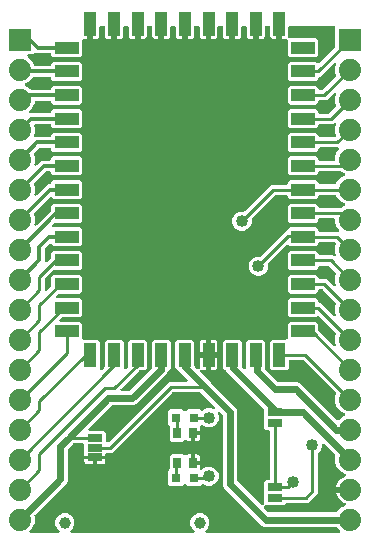
<source format=gbr>
G04 EAGLE Gerber RS-274X export*
G75*
%MOMM*%
%FSLAX34Y34*%
%LPD*%
%INTop Copper*%
%IPPOS*%
%AMOC8*
5,1,8,0,0,1.08239X$1,22.5*%
G01*
%ADD10R,2.000000X1.000000*%
%ADD11R,1.000000X2.000000*%
%ADD12R,1.879600X1.879600*%
%ADD13C,1.879600*%
%ADD14C,1.000000*%
%ADD15R,1.270000X0.635000*%
%ADD16R,0.700000X0.900000*%
%ADD17R,0.800000X0.800000*%
%ADD18C,1.016000*%
%ADD19C,0.254000*%
%ADD20C,0.609600*%
%ADD21C,0.304800*%

G36*
X218031Y27450D02*
X218031Y27450D01*
X218169Y27458D01*
X218188Y27464D01*
X218208Y27466D01*
X218340Y27513D01*
X218471Y27556D01*
X218489Y27567D01*
X218508Y27574D01*
X218623Y27652D01*
X218740Y27726D01*
X218754Y27741D01*
X218771Y27752D01*
X218863Y27856D01*
X218958Y27958D01*
X218968Y27976D01*
X218981Y27991D01*
X219045Y28115D01*
X219112Y28236D01*
X219117Y28256D01*
X219126Y28274D01*
X219156Y28410D01*
X219191Y28544D01*
X219193Y28572D01*
X219196Y28584D01*
X219195Y28605D01*
X219201Y28705D01*
X219201Y47038D01*
X220987Y48824D01*
X223012Y48824D01*
X223130Y48839D01*
X223249Y48846D01*
X223287Y48859D01*
X223328Y48864D01*
X223438Y48907D01*
X223551Y48944D01*
X223586Y48966D01*
X223623Y48981D01*
X223719Y49050D01*
X223820Y49114D01*
X223848Y49144D01*
X223881Y49167D01*
X223957Y49259D01*
X224038Y49346D01*
X224058Y49381D01*
X224083Y49412D01*
X224134Y49520D01*
X224192Y49624D01*
X224202Y49664D01*
X224219Y49700D01*
X224241Y49817D01*
X224271Y49932D01*
X224275Y49992D01*
X224279Y50012D01*
X224277Y50033D01*
X224281Y50093D01*
X224281Y89607D01*
X224266Y89725D01*
X224259Y89844D01*
X224246Y89882D01*
X224241Y89923D01*
X224198Y90033D01*
X224161Y90146D01*
X224139Y90181D01*
X224124Y90218D01*
X224055Y90314D01*
X223991Y90415D01*
X223961Y90443D01*
X223938Y90476D01*
X223846Y90552D01*
X223759Y90633D01*
X223724Y90653D01*
X223693Y90678D01*
X223585Y90729D01*
X223481Y90787D01*
X223441Y90797D01*
X223405Y90814D01*
X223288Y90836D01*
X223173Y90866D01*
X223113Y90870D01*
X223093Y90874D01*
X223072Y90872D01*
X223012Y90876D01*
X220987Y90876D01*
X219201Y92662D01*
X219201Y108201D01*
X219189Y108299D01*
X219186Y108398D01*
X219169Y108456D01*
X219161Y108516D01*
X219125Y108609D01*
X219097Y108704D01*
X219067Y108756D01*
X219044Y108812D01*
X218986Y108892D01*
X218936Y108978D01*
X218870Y109053D01*
X218858Y109069D01*
X218848Y109077D01*
X218830Y109098D01*
X187871Y140056D01*
X187494Y140968D01*
X187479Y140993D01*
X187470Y141021D01*
X187401Y141131D01*
X187336Y141244D01*
X187316Y141265D01*
X187300Y141290D01*
X187205Y141379D01*
X187115Y141472D01*
X187090Y141488D01*
X187068Y141508D01*
X186955Y141571D01*
X186844Y141639D01*
X186816Y141647D01*
X186790Y141662D01*
X186664Y141694D01*
X186540Y141732D01*
X186511Y141734D01*
X186482Y141741D01*
X186321Y141751D01*
X186137Y141751D01*
X184351Y143537D01*
X184351Y166063D01*
X186137Y167849D01*
X198663Y167849D01*
X200449Y166063D01*
X200449Y145249D01*
X200461Y145151D01*
X200464Y145052D01*
X200481Y144994D01*
X200489Y144934D01*
X200525Y144841D01*
X200553Y144746D01*
X200583Y144694D01*
X200606Y144638D01*
X200664Y144558D01*
X200714Y144472D01*
X200780Y144397D01*
X200792Y144381D01*
X200802Y144373D01*
X200820Y144352D01*
X202185Y142988D01*
X202294Y142902D01*
X202401Y142814D01*
X202420Y142805D01*
X202436Y142793D01*
X202564Y142737D01*
X202689Y142678D01*
X202709Y142674D01*
X202728Y142666D01*
X202866Y142644D01*
X203002Y142618D01*
X203022Y142620D01*
X203042Y142616D01*
X203181Y142630D01*
X203319Y142638D01*
X203338Y142644D01*
X203358Y142646D01*
X203490Y142693D01*
X203621Y142736D01*
X203639Y142747D01*
X203658Y142754D01*
X203773Y142832D01*
X203890Y142906D01*
X203904Y142921D01*
X203921Y142932D01*
X204013Y143036D01*
X204108Y143138D01*
X204118Y143156D01*
X204131Y143171D01*
X204195Y143295D01*
X204262Y143416D01*
X204267Y143436D01*
X204276Y143454D01*
X204306Y143590D01*
X204341Y143724D01*
X204343Y143752D01*
X204346Y143764D01*
X204345Y143785D01*
X204351Y143885D01*
X204351Y166063D01*
X206137Y167849D01*
X218663Y167849D01*
X220449Y166063D01*
X220449Y143029D01*
X220461Y142931D01*
X220464Y142832D01*
X220481Y142774D01*
X220489Y142714D01*
X220525Y142621D01*
X220553Y142526D01*
X220583Y142474D01*
X220606Y142418D01*
X220664Y142338D01*
X220714Y142252D01*
X220780Y142177D01*
X220792Y142161D01*
X220802Y142153D01*
X220820Y142132D01*
X230754Y132198D01*
X230832Y132138D01*
X230904Y132070D01*
X230957Y132041D01*
X231005Y132004D01*
X231096Y131964D01*
X231182Y131916D01*
X231241Y131901D01*
X231297Y131877D01*
X231395Y131862D01*
X231490Y131837D01*
X231590Y131831D01*
X231611Y131827D01*
X231623Y131829D01*
X231651Y131827D01*
X247593Y131827D01*
X249834Y130899D01*
X280917Y99815D01*
X281012Y99742D01*
X281101Y99663D01*
X281137Y99645D01*
X281169Y99620D01*
X281278Y99572D01*
X281384Y99518D01*
X281423Y99510D01*
X281461Y99493D01*
X281578Y99475D01*
X281694Y99449D01*
X281735Y99450D01*
X281775Y99444D01*
X281893Y99455D01*
X282012Y99458D01*
X282051Y99470D01*
X282091Y99473D01*
X282203Y99514D01*
X282318Y99547D01*
X282352Y99567D01*
X282391Y99581D01*
X282489Y99648D01*
X282592Y99708D01*
X282637Y99748D01*
X282654Y99760D01*
X282667Y99775D01*
X282712Y99815D01*
X285050Y102152D01*
X287405Y103127D01*
X287525Y103196D01*
X287648Y103261D01*
X287663Y103275D01*
X287681Y103285D01*
X287781Y103382D01*
X287884Y103475D01*
X287895Y103492D01*
X287909Y103506D01*
X287982Y103625D01*
X288058Y103741D01*
X288065Y103760D01*
X288076Y103777D01*
X288117Y103910D01*
X288162Y104042D01*
X288163Y104062D01*
X288169Y104081D01*
X288176Y104220D01*
X288187Y104359D01*
X288183Y104379D01*
X288184Y104399D01*
X288156Y104535D01*
X288132Y104672D01*
X288124Y104691D01*
X288120Y104710D01*
X288059Y104836D01*
X288002Y104962D01*
X287989Y104978D01*
X287980Y104996D01*
X287890Y105102D01*
X287803Y105210D01*
X287787Y105223D01*
X287774Y105238D01*
X287660Y105318D01*
X287549Y105402D01*
X287524Y105414D01*
X287514Y105421D01*
X287495Y105428D01*
X287405Y105473D01*
X285049Y106448D01*
X281548Y109950D01*
X279653Y114524D01*
X279653Y119476D01*
X280460Y121424D01*
X280468Y121453D01*
X280481Y121479D01*
X280510Y121605D01*
X280544Y121731D01*
X280545Y121760D01*
X280551Y121789D01*
X280547Y121919D01*
X280549Y122049D01*
X280542Y122077D01*
X280541Y122107D01*
X280505Y122232D01*
X280475Y122358D01*
X280461Y122384D01*
X280453Y122412D01*
X280387Y122524D01*
X280326Y122639D01*
X280307Y122661D01*
X280292Y122686D01*
X280185Y122807D01*
X252883Y150110D01*
X252805Y150170D01*
X252732Y150238D01*
X252679Y150267D01*
X252632Y150304D01*
X252541Y150344D01*
X252454Y150392D01*
X252395Y150407D01*
X252340Y150431D01*
X252242Y150446D01*
X252146Y150471D01*
X252046Y150477D01*
X252026Y150481D01*
X252013Y150479D01*
X251985Y150481D01*
X241718Y150481D01*
X241600Y150466D01*
X241481Y150459D01*
X241443Y150446D01*
X241402Y150441D01*
X241292Y150398D01*
X241179Y150361D01*
X241144Y150339D01*
X241107Y150324D01*
X241011Y150255D01*
X240910Y150191D01*
X240882Y150161D01*
X240849Y150138D01*
X240773Y150046D01*
X240692Y149959D01*
X240672Y149924D01*
X240647Y149893D01*
X240596Y149785D01*
X240538Y149681D01*
X240528Y149641D01*
X240511Y149605D01*
X240489Y149488D01*
X240459Y149373D01*
X240455Y149313D01*
X240451Y149293D01*
X240453Y149272D01*
X240449Y149212D01*
X240449Y143537D01*
X238663Y141751D01*
X226137Y141751D01*
X224351Y143537D01*
X224351Y166063D01*
X226137Y167849D01*
X238082Y167849D01*
X238200Y167864D01*
X238319Y167871D01*
X238357Y167884D01*
X238398Y167889D01*
X238508Y167932D01*
X238621Y167969D01*
X238656Y167991D01*
X238693Y168006D01*
X238789Y168075D01*
X238890Y168139D01*
X238918Y168169D01*
X238951Y168192D01*
X239027Y168284D01*
X239108Y168371D01*
X239128Y168406D01*
X239153Y168437D01*
X239204Y168545D01*
X239262Y168649D01*
X239272Y168689D01*
X239289Y168725D01*
X239311Y168842D01*
X239341Y168957D01*
X239345Y169017D01*
X239349Y169037D01*
X239347Y169058D01*
X239351Y169118D01*
X239351Y181063D01*
X241137Y182849D01*
X263663Y182849D01*
X265449Y181063D01*
X265449Y175685D01*
X265461Y175586D01*
X265464Y175487D01*
X265481Y175429D01*
X265489Y175369D01*
X265525Y175277D01*
X265553Y175182D01*
X265583Y175130D01*
X265606Y175073D01*
X265664Y174993D01*
X265714Y174908D01*
X265780Y174833D01*
X265792Y174816D01*
X265802Y174808D01*
X265820Y174787D01*
X278231Y162376D01*
X278286Y162334D01*
X278335Y162283D01*
X278411Y162237D01*
X278482Y162181D01*
X278547Y162154D01*
X278606Y162117D01*
X278692Y162091D01*
X278774Y162055D01*
X278843Y162044D01*
X278910Y162024D01*
X278999Y162019D01*
X279088Y162005D01*
X279158Y162012D01*
X279228Y162009D01*
X279315Y162027D01*
X279405Y162035D01*
X279471Y162059D01*
X279539Y162073D01*
X279620Y162112D01*
X279704Y162143D01*
X279762Y162182D01*
X279825Y162213D01*
X279893Y162271D01*
X279967Y162321D01*
X280014Y162374D01*
X280067Y162419D01*
X280118Y162492D01*
X280178Y162560D01*
X280210Y162622D01*
X280250Y162679D01*
X280282Y162763D01*
X280323Y162843D01*
X280338Y162911D01*
X280363Y162976D01*
X280373Y163066D01*
X280392Y163153D01*
X280390Y163223D01*
X280398Y163292D01*
X280385Y163381D01*
X280383Y163471D01*
X280363Y163538D01*
X280353Y163607D01*
X280301Y163760D01*
X279653Y165324D01*
X279653Y170276D01*
X280460Y172224D01*
X280468Y172253D01*
X280481Y172279D01*
X280510Y172405D01*
X280544Y172531D01*
X280545Y172560D01*
X280551Y172589D01*
X280547Y172719D01*
X280549Y172849D01*
X280542Y172877D01*
X280541Y172907D01*
X280505Y173032D01*
X280475Y173158D01*
X280461Y173184D01*
X280453Y173212D01*
X280387Y173324D01*
X280326Y173439D01*
X280307Y173461D01*
X280292Y173486D01*
X280185Y173607D01*
X266249Y187543D01*
X266155Y187616D01*
X266066Y187695D01*
X266030Y187713D01*
X265998Y187738D01*
X265889Y187785D01*
X265783Y187839D01*
X265744Y187848D01*
X265706Y187864D01*
X265589Y187883D01*
X265473Y187909D01*
X265432Y187908D01*
X265392Y187914D01*
X265274Y187903D01*
X265155Y187899D01*
X265116Y187888D01*
X265076Y187884D01*
X264963Y187844D01*
X264849Y187811D01*
X264814Y187790D01*
X264776Y187777D01*
X264678Y187710D01*
X264575Y187649D01*
X264530Y187609D01*
X264513Y187598D01*
X264500Y187583D01*
X264454Y187543D01*
X263663Y186751D01*
X241137Y186751D01*
X239351Y188537D01*
X239351Y201063D01*
X241137Y202849D01*
X263663Y202849D01*
X265449Y201063D01*
X265449Y200388D01*
X265464Y200270D01*
X265471Y200151D01*
X265484Y200113D01*
X265489Y200072D01*
X265532Y199962D01*
X265569Y199849D01*
X265591Y199814D01*
X265606Y199777D01*
X265675Y199681D01*
X265739Y199580D01*
X265769Y199552D01*
X265792Y199519D01*
X265884Y199443D01*
X265971Y199362D01*
X266006Y199342D01*
X266037Y199317D01*
X266145Y199266D01*
X266249Y199208D01*
X266289Y199198D01*
X266325Y199181D01*
X266442Y199159D01*
X266557Y199129D01*
X266617Y199125D01*
X266637Y199121D01*
X266658Y199123D01*
X266718Y199119D01*
X266889Y199119D01*
X278231Y187776D01*
X278286Y187734D01*
X278335Y187683D01*
X278411Y187637D01*
X278482Y187581D01*
X278547Y187554D01*
X278606Y187517D01*
X278692Y187491D01*
X278774Y187455D01*
X278843Y187444D01*
X278910Y187424D01*
X278999Y187419D01*
X279088Y187405D01*
X279158Y187412D01*
X279228Y187409D01*
X279315Y187427D01*
X279405Y187435D01*
X279471Y187459D01*
X279539Y187473D01*
X279620Y187512D01*
X279704Y187543D01*
X279762Y187582D01*
X279825Y187613D01*
X279893Y187671D01*
X279967Y187721D01*
X280014Y187774D01*
X280067Y187819D01*
X280118Y187892D01*
X280178Y187960D01*
X280210Y188022D01*
X280250Y188079D01*
X280282Y188163D01*
X280323Y188243D01*
X280338Y188311D01*
X280363Y188376D01*
X280373Y188466D01*
X280392Y188553D01*
X280390Y188623D01*
X280398Y188692D01*
X280385Y188781D01*
X280383Y188871D01*
X280363Y188938D01*
X280353Y189007D01*
X280301Y189160D01*
X279653Y190724D01*
X279653Y195676D01*
X280460Y197624D01*
X280468Y197653D01*
X280481Y197679D01*
X280510Y197805D01*
X280544Y197931D01*
X280545Y197960D01*
X280551Y197989D01*
X280547Y198119D01*
X280549Y198249D01*
X280542Y198277D01*
X280541Y198307D01*
X280505Y198432D01*
X280475Y198558D01*
X280461Y198584D01*
X280453Y198612D01*
X280387Y198724D01*
X280326Y198839D01*
X280306Y198861D01*
X280292Y198886D01*
X280185Y199007D01*
X269083Y210110D01*
X269005Y210170D01*
X268932Y210238D01*
X268879Y210267D01*
X268832Y210304D01*
X268741Y210344D01*
X268654Y210392D01*
X268595Y210407D01*
X268540Y210431D01*
X268442Y210446D01*
X268346Y210471D01*
X268246Y210477D01*
X268226Y210481D01*
X268213Y210479D01*
X268185Y210481D01*
X266718Y210481D01*
X266600Y210466D01*
X266481Y210459D01*
X266443Y210446D01*
X266402Y210441D01*
X266292Y210398D01*
X266179Y210361D01*
X266144Y210339D01*
X266107Y210324D01*
X266011Y210255D01*
X265910Y210191D01*
X265882Y210161D01*
X265849Y210138D01*
X265773Y210046D01*
X265692Y209959D01*
X265672Y209924D01*
X265647Y209893D01*
X265596Y209785D01*
X265538Y209681D01*
X265528Y209641D01*
X265511Y209605D01*
X265489Y209488D01*
X265459Y209373D01*
X265455Y209313D01*
X265451Y209293D01*
X265453Y209272D01*
X265449Y209212D01*
X265449Y208537D01*
X263663Y206751D01*
X241137Y206751D01*
X239351Y208537D01*
X239351Y221063D01*
X241137Y222849D01*
X263663Y222849D01*
X265449Y221063D01*
X265449Y220388D01*
X265464Y220270D01*
X265471Y220151D01*
X265484Y220113D01*
X265489Y220072D01*
X265532Y219962D01*
X265569Y219849D01*
X265591Y219814D01*
X265606Y219777D01*
X265675Y219681D01*
X265739Y219580D01*
X265769Y219552D01*
X265792Y219519D01*
X265884Y219443D01*
X265971Y219362D01*
X266006Y219342D01*
X266037Y219317D01*
X266145Y219266D01*
X266249Y219208D01*
X266289Y219198D01*
X266325Y219181D01*
X266442Y219159D01*
X266557Y219129D01*
X266617Y219125D01*
X266637Y219121D01*
X266658Y219123D01*
X266718Y219119D01*
X272289Y219119D01*
X278231Y213176D01*
X278286Y213134D01*
X278335Y213083D01*
X278411Y213037D01*
X278482Y212981D01*
X278547Y212954D01*
X278606Y212917D01*
X278692Y212891D01*
X278774Y212855D01*
X278843Y212844D01*
X278910Y212824D01*
X278999Y212819D01*
X279088Y212805D01*
X279158Y212812D01*
X279228Y212809D01*
X279315Y212827D01*
X279405Y212835D01*
X279471Y212859D01*
X279539Y212873D01*
X279620Y212912D01*
X279704Y212943D01*
X279762Y212982D01*
X279825Y213013D01*
X279893Y213071D01*
X279967Y213121D01*
X280014Y213174D01*
X280067Y213219D01*
X280118Y213292D01*
X280178Y213360D01*
X280210Y213422D01*
X280250Y213479D01*
X280282Y213563D01*
X280323Y213643D01*
X280338Y213711D01*
X280363Y213776D01*
X280373Y213866D01*
X280392Y213953D01*
X280390Y214023D01*
X280398Y214092D01*
X280385Y214181D01*
X280383Y214271D01*
X280363Y214338D01*
X280353Y214407D01*
X280301Y214560D01*
X279653Y216124D01*
X279653Y221076D01*
X280460Y223024D01*
X280468Y223053D01*
X280481Y223079D01*
X280510Y223205D01*
X280544Y223331D01*
X280545Y223360D01*
X280551Y223389D01*
X280547Y223519D01*
X280549Y223649D01*
X280542Y223677D01*
X280541Y223707D01*
X280505Y223832D01*
X280475Y223958D01*
X280461Y223984D01*
X280453Y224012D01*
X280387Y224124D01*
X280326Y224239D01*
X280306Y224261D01*
X280292Y224286D01*
X280185Y224407D01*
X274483Y230110D01*
X274405Y230170D01*
X274332Y230238D01*
X274279Y230267D01*
X274232Y230304D01*
X274141Y230344D01*
X274054Y230392D01*
X273995Y230407D01*
X273940Y230431D01*
X273842Y230446D01*
X273746Y230471D01*
X273646Y230477D01*
X273626Y230481D01*
X273613Y230479D01*
X273585Y230481D01*
X266718Y230481D01*
X266600Y230466D01*
X266481Y230459D01*
X266443Y230446D01*
X266402Y230441D01*
X266292Y230398D01*
X266179Y230361D01*
X266144Y230339D01*
X266107Y230324D01*
X266011Y230255D01*
X265910Y230191D01*
X265882Y230161D01*
X265849Y230138D01*
X265773Y230046D01*
X265692Y229959D01*
X265672Y229924D01*
X265647Y229893D01*
X265596Y229785D01*
X265538Y229681D01*
X265528Y229641D01*
X265511Y229605D01*
X265489Y229488D01*
X265459Y229373D01*
X265455Y229313D01*
X265451Y229293D01*
X265453Y229272D01*
X265449Y229212D01*
X265449Y228537D01*
X263663Y226751D01*
X241137Y226751D01*
X239351Y228537D01*
X239351Y241063D01*
X241137Y242849D01*
X263663Y242849D01*
X265449Y241063D01*
X265449Y240388D01*
X265464Y240270D01*
X265471Y240151D01*
X265484Y240113D01*
X265489Y240072D01*
X265532Y239962D01*
X265569Y239849D01*
X265591Y239814D01*
X265606Y239777D01*
X265675Y239681D01*
X265739Y239580D01*
X265769Y239552D01*
X265792Y239519D01*
X265884Y239443D01*
X265971Y239362D01*
X266006Y239342D01*
X266037Y239317D01*
X266145Y239266D01*
X266249Y239208D01*
X266289Y239198D01*
X266325Y239181D01*
X266442Y239159D01*
X266557Y239129D01*
X266617Y239125D01*
X266637Y239121D01*
X266658Y239123D01*
X266718Y239119D01*
X277689Y239119D01*
X278231Y238576D01*
X278286Y238534D01*
X278335Y238483D01*
X278412Y238437D01*
X278482Y238381D01*
X278547Y238354D01*
X278606Y238317D01*
X278692Y238291D01*
X278774Y238255D01*
X278843Y238244D01*
X278910Y238224D01*
X278999Y238219D01*
X279088Y238205D01*
X279158Y238212D01*
X279228Y238209D01*
X279315Y238227D01*
X279405Y238235D01*
X279471Y238259D01*
X279539Y238273D01*
X279620Y238312D01*
X279704Y238343D01*
X279762Y238382D01*
X279825Y238413D01*
X279893Y238471D01*
X279967Y238521D01*
X280014Y238574D01*
X280067Y238619D01*
X280118Y238692D01*
X280178Y238760D01*
X280210Y238822D01*
X280250Y238879D01*
X280282Y238963D01*
X280323Y239043D01*
X280338Y239111D01*
X280363Y239176D01*
X280373Y239266D01*
X280392Y239353D01*
X280390Y239423D01*
X280398Y239492D01*
X280385Y239581D01*
X280383Y239671D01*
X280363Y239738D01*
X280353Y239807D01*
X280301Y239960D01*
X279653Y241524D01*
X279653Y246476D01*
X280460Y248424D01*
X280468Y248453D01*
X280482Y248479D01*
X280510Y248606D01*
X280544Y248731D01*
X280545Y248760D01*
X280551Y248789D01*
X280547Y248919D01*
X280549Y249049D01*
X280542Y249078D01*
X280541Y249107D01*
X280505Y249231D01*
X280475Y249358D01*
X280461Y249384D01*
X280453Y249413D01*
X280387Y249524D01*
X280326Y249639D01*
X280307Y249661D01*
X280291Y249686D01*
X280185Y249807D01*
X279883Y250110D01*
X279805Y250170D01*
X279732Y250238D01*
X279679Y250267D01*
X279632Y250304D01*
X279541Y250344D01*
X279454Y250392D01*
X279395Y250407D01*
X279340Y250431D01*
X279242Y250446D01*
X279146Y250471D01*
X279046Y250477D01*
X279026Y250481D01*
X279013Y250479D01*
X278985Y250481D01*
X266718Y250481D01*
X266600Y250466D01*
X266481Y250459D01*
X266443Y250446D01*
X266402Y250441D01*
X266292Y250398D01*
X266179Y250361D01*
X266144Y250339D01*
X266107Y250324D01*
X266011Y250255D01*
X265910Y250191D01*
X265882Y250161D01*
X265849Y250138D01*
X265773Y250046D01*
X265692Y249959D01*
X265672Y249924D01*
X265647Y249893D01*
X265596Y249785D01*
X265538Y249681D01*
X265528Y249641D01*
X265511Y249605D01*
X265489Y249488D01*
X265459Y249373D01*
X265455Y249313D01*
X265451Y249293D01*
X265453Y249272D01*
X265449Y249212D01*
X265449Y248537D01*
X263663Y246751D01*
X241137Y246751D01*
X240276Y247613D01*
X240181Y247686D01*
X240092Y247765D01*
X240056Y247783D01*
X240024Y247808D01*
X239915Y247855D01*
X239809Y247909D01*
X239770Y247918D01*
X239732Y247934D01*
X239615Y247953D01*
X239499Y247979D01*
X239458Y247978D01*
X239418Y247984D01*
X239300Y247973D01*
X239181Y247969D01*
X239142Y247958D01*
X239102Y247954D01*
X238989Y247914D01*
X238875Y247881D01*
X238841Y247860D01*
X238802Y247847D01*
X238704Y247780D01*
X238601Y247719D01*
X238556Y247679D01*
X238539Y247668D01*
X238526Y247653D01*
X238481Y247613D01*
X223130Y232263D01*
X223070Y232185D01*
X223002Y232113D01*
X222973Y232060D01*
X222936Y232012D01*
X222896Y231921D01*
X222848Y231834D01*
X222833Y231775D01*
X222809Y231720D01*
X222794Y231622D01*
X222769Y231526D01*
X222763Y231426D01*
X222759Y231406D01*
X222761Y231393D01*
X222759Y231365D01*
X222759Y228253D01*
X221521Y225265D01*
X219235Y222979D01*
X216247Y221741D01*
X213013Y221741D01*
X210025Y222979D01*
X207739Y225265D01*
X206501Y228253D01*
X206501Y231487D01*
X207739Y234475D01*
X210025Y236761D01*
X213013Y237999D01*
X216125Y237999D01*
X216224Y238011D01*
X216323Y238014D01*
X216381Y238031D01*
X216441Y238039D01*
X216533Y238075D01*
X216628Y238103D01*
X216680Y238133D01*
X216737Y238156D01*
X216817Y238214D01*
X216902Y238264D01*
X216977Y238330D01*
X216994Y238342D01*
X217002Y238352D01*
X217023Y238370D01*
X235340Y256687D01*
X238260Y259607D01*
X238319Y259611D01*
X238357Y259624D01*
X238398Y259629D01*
X238508Y259672D01*
X238621Y259709D01*
X238656Y259731D01*
X238693Y259746D01*
X238789Y259815D01*
X238890Y259879D01*
X238918Y259909D01*
X238951Y259932D01*
X239027Y260024D01*
X239108Y260111D01*
X239128Y260146D01*
X239153Y260177D01*
X239204Y260285D01*
X239262Y260389D01*
X239272Y260429D01*
X239289Y260465D01*
X239311Y260582D01*
X239341Y260697D01*
X239345Y260757D01*
X239349Y260777D01*
X239347Y260798D01*
X239351Y260858D01*
X239351Y261063D01*
X241137Y262849D01*
X263663Y262849D01*
X265449Y261063D01*
X265449Y260388D01*
X265464Y260270D01*
X265471Y260151D01*
X265484Y260113D01*
X265489Y260072D01*
X265532Y259962D01*
X265569Y259849D01*
X265591Y259814D01*
X265606Y259777D01*
X265675Y259681D01*
X265739Y259580D01*
X265769Y259552D01*
X265792Y259519D01*
X265884Y259443D01*
X265971Y259362D01*
X266006Y259342D01*
X266037Y259317D01*
X266145Y259266D01*
X266249Y259208D01*
X266289Y259198D01*
X266325Y259181D01*
X266442Y259159D01*
X266557Y259129D01*
X266617Y259125D01*
X266637Y259121D01*
X266658Y259123D01*
X266718Y259119D01*
X281715Y259119D01*
X281853Y259136D01*
X281991Y259149D01*
X282010Y259156D01*
X282030Y259159D01*
X282159Y259210D01*
X282290Y259257D01*
X282307Y259268D01*
X282326Y259276D01*
X282438Y259357D01*
X282553Y259435D01*
X282567Y259451D01*
X282583Y259462D01*
X282672Y259570D01*
X282764Y259674D01*
X282773Y259692D01*
X282786Y259707D01*
X282845Y259833D01*
X282909Y259957D01*
X282913Y259977D01*
X282922Y259995D01*
X282948Y260132D01*
X282978Y260267D01*
X282978Y260288D01*
X282981Y260307D01*
X282973Y260446D01*
X282969Y260585D01*
X282963Y260605D01*
X282962Y260625D01*
X282919Y260757D01*
X282880Y260891D01*
X282870Y260908D01*
X282864Y260927D01*
X282789Y261045D01*
X282719Y261165D01*
X282700Y261186D01*
X282693Y261196D01*
X282678Y261210D01*
X282612Y261285D01*
X281548Y262349D01*
X279653Y266924D01*
X279653Y269212D01*
X279638Y269330D01*
X279631Y269449D01*
X279618Y269487D01*
X279613Y269528D01*
X279570Y269638D01*
X279533Y269751D01*
X279511Y269786D01*
X279496Y269823D01*
X279427Y269919D01*
X279363Y270020D01*
X279333Y270048D01*
X279310Y270081D01*
X279218Y270157D01*
X279131Y270238D01*
X279096Y270258D01*
X279065Y270283D01*
X278957Y270334D01*
X278853Y270392D01*
X278813Y270402D01*
X278777Y270419D01*
X278660Y270441D01*
X278545Y270471D01*
X278485Y270475D01*
X278465Y270479D01*
X278444Y270477D01*
X278384Y270481D01*
X266718Y270481D01*
X266600Y270466D01*
X266481Y270459D01*
X266443Y270446D01*
X266402Y270441D01*
X266292Y270398D01*
X266179Y270361D01*
X266144Y270339D01*
X266107Y270324D01*
X266011Y270255D01*
X265910Y270191D01*
X265882Y270161D01*
X265849Y270138D01*
X265773Y270046D01*
X265692Y269959D01*
X265672Y269924D01*
X265647Y269893D01*
X265596Y269785D01*
X265538Y269681D01*
X265528Y269641D01*
X265511Y269605D01*
X265489Y269488D01*
X265459Y269373D01*
X265455Y269313D01*
X265451Y269293D01*
X265453Y269272D01*
X265449Y269212D01*
X265449Y268537D01*
X263663Y266751D01*
X241137Y266751D01*
X239351Y268537D01*
X239351Y281063D01*
X241137Y282849D01*
X263663Y282849D01*
X265449Y281063D01*
X265449Y280388D01*
X265464Y280270D01*
X265471Y280151D01*
X265484Y280113D01*
X265489Y280072D01*
X265532Y279962D01*
X265569Y279849D01*
X265591Y279814D01*
X265606Y279777D01*
X265675Y279681D01*
X265739Y279580D01*
X265769Y279552D01*
X265792Y279519D01*
X265884Y279443D01*
X265971Y279362D01*
X266006Y279342D01*
X266037Y279317D01*
X266145Y279266D01*
X266249Y279208D01*
X266289Y279198D01*
X266325Y279181D01*
X266442Y279159D01*
X266557Y279129D01*
X266617Y279125D01*
X266637Y279121D01*
X266658Y279123D01*
X266718Y279119D01*
X283691Y279119D01*
X283789Y279131D01*
X283888Y279134D01*
X283946Y279151D01*
X284006Y279159D01*
X284098Y279195D01*
X284193Y279223D01*
X284246Y279253D01*
X284302Y279276D01*
X284382Y279334D01*
X284467Y279384D01*
X284543Y279450D01*
X284559Y279462D01*
X284567Y279472D01*
X284588Y279491D01*
X285050Y279952D01*
X287405Y280927D01*
X287525Y280996D01*
X287648Y281061D01*
X287663Y281075D01*
X287681Y281085D01*
X287781Y281182D01*
X287884Y281275D01*
X287895Y281292D01*
X287909Y281306D01*
X287982Y281425D01*
X288058Y281541D01*
X288065Y281560D01*
X288076Y281577D01*
X288117Y281710D01*
X288162Y281842D01*
X288163Y281862D01*
X288169Y281881D01*
X288176Y282020D01*
X288187Y282159D01*
X288183Y282179D01*
X288184Y282199D01*
X288156Y282335D01*
X288132Y282472D01*
X288124Y282491D01*
X288120Y282510D01*
X288059Y282636D01*
X288002Y282762D01*
X287989Y282778D01*
X287980Y282796D01*
X287890Y282902D01*
X287803Y283010D01*
X287787Y283023D01*
X287774Y283038D01*
X287660Y283118D01*
X287549Y283202D01*
X287524Y283214D01*
X287514Y283221D01*
X287495Y283228D01*
X287405Y283273D01*
X285049Y284248D01*
X281548Y287750D01*
X280741Y289698D01*
X280727Y289723D01*
X280717Y289751D01*
X280648Y289861D01*
X280584Y289974D01*
X280563Y289995D01*
X280547Y290020D01*
X280453Y290109D01*
X280362Y290202D01*
X280337Y290218D01*
X280316Y290238D01*
X280202Y290301D01*
X280091Y290369D01*
X280063Y290377D01*
X280037Y290392D01*
X279911Y290424D01*
X279787Y290462D01*
X279758Y290464D01*
X279729Y290471D01*
X279569Y290481D01*
X266718Y290481D01*
X266600Y290466D01*
X266481Y290459D01*
X266443Y290446D01*
X266402Y290441D01*
X266292Y290398D01*
X266179Y290361D01*
X266144Y290339D01*
X266107Y290324D01*
X266011Y290255D01*
X265910Y290191D01*
X265882Y290161D01*
X265849Y290138D01*
X265773Y290046D01*
X265692Y289959D01*
X265672Y289924D01*
X265647Y289893D01*
X265596Y289785D01*
X265538Y289681D01*
X265528Y289641D01*
X265511Y289605D01*
X265489Y289488D01*
X265459Y289373D01*
X265455Y289313D01*
X265451Y289293D01*
X265453Y289272D01*
X265449Y289212D01*
X265449Y288537D01*
X263663Y286751D01*
X241137Y286751D01*
X239351Y288537D01*
X239351Y289052D01*
X239336Y289170D01*
X239329Y289289D01*
X239316Y289327D01*
X239311Y289368D01*
X239268Y289478D01*
X239231Y289591D01*
X239209Y289626D01*
X239194Y289663D01*
X239125Y289759D01*
X239061Y289860D01*
X239031Y289888D01*
X239008Y289921D01*
X238916Y289997D01*
X238829Y290078D01*
X238794Y290098D01*
X238763Y290123D01*
X238655Y290174D01*
X238551Y290232D01*
X238511Y290242D01*
X238475Y290259D01*
X238358Y290281D01*
X238243Y290311D01*
X238183Y290315D01*
X238163Y290319D01*
X238142Y290317D01*
X238082Y290321D01*
X229645Y290321D01*
X229546Y290309D01*
X229447Y290306D01*
X229389Y290289D01*
X229329Y290281D01*
X229237Y290245D01*
X229142Y290217D01*
X229090Y290187D01*
X229033Y290164D01*
X228953Y290106D01*
X228868Y290056D01*
X228793Y289990D01*
X228776Y289978D01*
X228768Y289968D01*
X228747Y289950D01*
X209160Y270363D01*
X209100Y270285D01*
X209032Y270212D01*
X209003Y270159D01*
X208966Y270112D01*
X208926Y270021D01*
X208878Y269934D01*
X208863Y269875D01*
X208839Y269820D01*
X208824Y269722D01*
X208799Y269626D01*
X208793Y269526D01*
X208789Y269506D01*
X208791Y269493D01*
X208789Y269465D01*
X208789Y266353D01*
X207551Y263365D01*
X205265Y261079D01*
X202277Y259841D01*
X199043Y259841D01*
X196055Y261079D01*
X193769Y263365D01*
X192531Y266353D01*
X192531Y269587D01*
X193769Y272575D01*
X196055Y274861D01*
X199043Y276099D01*
X202155Y276099D01*
X202254Y276111D01*
X202353Y276114D01*
X202411Y276131D01*
X202471Y276139D01*
X202563Y276175D01*
X202658Y276203D01*
X202710Y276233D01*
X202767Y276256D01*
X202847Y276314D01*
X202932Y276364D01*
X203007Y276430D01*
X203024Y276442D01*
X203032Y276452D01*
X203053Y276470D01*
X225541Y298959D01*
X238082Y298959D01*
X238200Y298974D01*
X238319Y298981D01*
X238357Y298994D01*
X238398Y298999D01*
X238508Y299042D01*
X238621Y299079D01*
X238656Y299101D01*
X238693Y299116D01*
X238789Y299185D01*
X238890Y299249D01*
X238918Y299279D01*
X238951Y299302D01*
X239027Y299394D01*
X239108Y299481D01*
X239128Y299516D01*
X239153Y299547D01*
X239204Y299655D01*
X239262Y299759D01*
X239272Y299799D01*
X239289Y299835D01*
X239311Y299952D01*
X239341Y300067D01*
X239345Y300127D01*
X239349Y300147D01*
X239347Y300168D01*
X239351Y300228D01*
X239351Y301063D01*
X241137Y302849D01*
X263663Y302849D01*
X265449Y301063D01*
X265449Y300388D01*
X265464Y300270D01*
X265471Y300151D01*
X265484Y300113D01*
X265489Y300072D01*
X265533Y299961D01*
X265569Y299849D01*
X265591Y299814D01*
X265606Y299777D01*
X265675Y299681D01*
X265739Y299580D01*
X265769Y299552D01*
X265792Y299519D01*
X265884Y299443D01*
X265971Y299362D01*
X266006Y299342D01*
X266037Y299317D01*
X266145Y299266D01*
X266249Y299208D01*
X266289Y299198D01*
X266325Y299181D01*
X266442Y299159D01*
X266557Y299129D01*
X266617Y299125D01*
X266637Y299121D01*
X266658Y299123D01*
X266718Y299119D01*
X279569Y299119D01*
X279598Y299122D01*
X279627Y299120D01*
X279755Y299142D01*
X279884Y299159D01*
X279911Y299169D01*
X279941Y299174D01*
X280059Y299228D01*
X280180Y299276D01*
X280204Y299293D01*
X280231Y299305D01*
X280332Y299386D01*
X280437Y299462D01*
X280456Y299485D01*
X280479Y299504D01*
X280557Y299607D01*
X280640Y299707D01*
X280653Y299734D01*
X280670Y299758D01*
X280741Y299902D01*
X281548Y301850D01*
X285050Y305352D01*
X287405Y306327D01*
X287525Y306396D01*
X287648Y306461D01*
X287663Y306475D01*
X287681Y306485D01*
X287781Y306582D01*
X287884Y306675D01*
X287895Y306692D01*
X287909Y306706D01*
X287982Y306825D01*
X288058Y306941D01*
X288065Y306960D01*
X288076Y306977D01*
X288117Y307110D01*
X288162Y307242D01*
X288163Y307262D01*
X288169Y307281D01*
X288176Y307420D01*
X288187Y307559D01*
X288183Y307579D01*
X288184Y307599D01*
X288156Y307735D01*
X288132Y307872D01*
X288124Y307891D01*
X288120Y307910D01*
X288059Y308036D01*
X288002Y308162D01*
X287989Y308178D01*
X287980Y308196D01*
X287890Y308302D01*
X287803Y308410D01*
X287787Y308423D01*
X287774Y308438D01*
X287660Y308518D01*
X287549Y308602D01*
X287524Y308614D01*
X287514Y308621D01*
X287495Y308628D01*
X287405Y308673D01*
X285049Y309648D01*
X284588Y310109D01*
X284510Y310170D01*
X284438Y310238D01*
X284385Y310267D01*
X284337Y310304D01*
X284246Y310344D01*
X284159Y310392D01*
X284101Y310407D01*
X284045Y310431D01*
X283947Y310446D01*
X283851Y310471D01*
X283751Y310477D01*
X283731Y310481D01*
X283719Y310479D01*
X283691Y310481D01*
X266718Y310481D01*
X266600Y310466D01*
X266481Y310459D01*
X266443Y310446D01*
X266402Y310441D01*
X266292Y310398D01*
X266179Y310361D01*
X266144Y310339D01*
X266107Y310324D01*
X266011Y310255D01*
X265910Y310191D01*
X265882Y310161D01*
X265849Y310138D01*
X265773Y310046D01*
X265692Y309959D01*
X265672Y309924D01*
X265647Y309893D01*
X265596Y309785D01*
X265538Y309681D01*
X265528Y309641D01*
X265511Y309605D01*
X265489Y309488D01*
X265459Y309373D01*
X265455Y309313D01*
X265451Y309293D01*
X265453Y309272D01*
X265449Y309212D01*
X265449Y308537D01*
X263663Y306751D01*
X241137Y306751D01*
X239351Y308537D01*
X239351Y321063D01*
X241137Y322849D01*
X263663Y322849D01*
X265449Y321063D01*
X265449Y320388D01*
X265464Y320270D01*
X265471Y320151D01*
X265484Y320113D01*
X265489Y320072D01*
X265533Y319961D01*
X265569Y319849D01*
X265591Y319814D01*
X265606Y319777D01*
X265675Y319681D01*
X265739Y319580D01*
X265769Y319552D01*
X265792Y319519D01*
X265884Y319443D01*
X265971Y319362D01*
X266006Y319342D01*
X266037Y319317D01*
X266145Y319266D01*
X266249Y319208D01*
X266289Y319198D01*
X266325Y319181D01*
X266442Y319159D01*
X266557Y319129D01*
X266617Y319125D01*
X266637Y319121D01*
X266658Y319123D01*
X266718Y319119D01*
X278384Y319119D01*
X278502Y319134D01*
X278621Y319141D01*
X278659Y319154D01*
X278700Y319159D01*
X278810Y319202D01*
X278923Y319239D01*
X278958Y319261D01*
X278995Y319276D01*
X279091Y319345D01*
X279192Y319409D01*
X279220Y319439D01*
X279253Y319462D01*
X279329Y319554D01*
X279410Y319641D01*
X279430Y319676D01*
X279455Y319707D01*
X279506Y319815D01*
X279564Y319919D01*
X279574Y319959D01*
X279591Y319995D01*
X279613Y320112D01*
X279643Y320227D01*
X279647Y320287D01*
X279651Y320307D01*
X279649Y320328D01*
X279653Y320388D01*
X279653Y322676D01*
X281548Y327251D01*
X282612Y328315D01*
X282697Y328424D01*
X282786Y328531D01*
X282795Y328550D01*
X282807Y328566D01*
X282862Y328693D01*
X282922Y328819D01*
X282925Y328839D01*
X282933Y328858D01*
X282955Y328996D01*
X282981Y329132D01*
X282980Y329152D01*
X282983Y329172D01*
X282970Y329311D01*
X282962Y329449D01*
X282955Y329468D01*
X282954Y329488D01*
X282906Y329620D01*
X282864Y329751D01*
X282853Y329769D01*
X282846Y329788D01*
X282768Y329903D01*
X282693Y330020D01*
X282679Y330034D01*
X282667Y330051D01*
X282563Y330143D01*
X282462Y330238D01*
X282444Y330248D01*
X282429Y330261D01*
X282305Y330324D01*
X282183Y330392D01*
X282164Y330397D01*
X282146Y330406D01*
X282010Y330436D01*
X281875Y330471D01*
X281847Y330473D01*
X281835Y330476D01*
X281815Y330475D01*
X281715Y330481D01*
X266718Y330481D01*
X266600Y330466D01*
X266481Y330459D01*
X266443Y330446D01*
X266402Y330441D01*
X266292Y330398D01*
X266179Y330361D01*
X266144Y330339D01*
X266107Y330324D01*
X266011Y330255D01*
X265910Y330191D01*
X265882Y330161D01*
X265849Y330138D01*
X265773Y330046D01*
X265692Y329959D01*
X265672Y329924D01*
X265647Y329893D01*
X265596Y329785D01*
X265538Y329681D01*
X265528Y329641D01*
X265511Y329605D01*
X265489Y329488D01*
X265459Y329373D01*
X265455Y329313D01*
X265451Y329293D01*
X265453Y329272D01*
X265449Y329212D01*
X265449Y328537D01*
X263663Y326751D01*
X241137Y326751D01*
X239351Y328537D01*
X239351Y341063D01*
X241137Y342849D01*
X263663Y342849D01*
X265449Y341063D01*
X265449Y340388D01*
X265464Y340270D01*
X265471Y340151D01*
X265484Y340113D01*
X265489Y340072D01*
X265533Y339961D01*
X265569Y339849D01*
X265591Y339814D01*
X265606Y339777D01*
X265675Y339681D01*
X265739Y339580D01*
X265769Y339552D01*
X265792Y339519D01*
X265884Y339443D01*
X265971Y339362D01*
X266006Y339342D01*
X266037Y339317D01*
X266145Y339266D01*
X266249Y339208D01*
X266289Y339198D01*
X266325Y339181D01*
X266442Y339159D01*
X266557Y339129D01*
X266617Y339125D01*
X266637Y339121D01*
X266658Y339123D01*
X266718Y339119D01*
X278985Y339119D01*
X279084Y339131D01*
X279183Y339134D01*
X279241Y339151D01*
X279301Y339159D01*
X279393Y339195D01*
X279488Y339223D01*
X279540Y339253D01*
X279597Y339276D01*
X279677Y339334D01*
X279762Y339384D01*
X279837Y339450D01*
X279854Y339462D01*
X279862Y339472D01*
X279883Y339490D01*
X280185Y339793D01*
X280203Y339816D01*
X280226Y339835D01*
X280301Y339941D01*
X280380Y340044D01*
X280392Y340071D01*
X280409Y340095D01*
X280455Y340217D01*
X280506Y340336D01*
X280511Y340365D01*
X280521Y340393D01*
X280536Y340522D01*
X280556Y340650D01*
X280553Y340679D01*
X280557Y340709D01*
X280539Y340837D01*
X280526Y340967D01*
X280516Y340994D01*
X280512Y341024D01*
X280460Y341176D01*
X279653Y343124D01*
X279653Y348076D01*
X280301Y349640D01*
X280320Y349708D01*
X280347Y349772D01*
X280362Y349861D01*
X280385Y349947D01*
X280386Y350017D01*
X280397Y350086D01*
X280389Y350175D01*
X280390Y350265D01*
X280374Y350333D01*
X280368Y350402D01*
X280337Y350487D01*
X280316Y350574D01*
X280284Y350636D01*
X280260Y350702D01*
X280209Y350776D01*
X280167Y350855D01*
X280121Y350907D01*
X280081Y350965D01*
X280014Y351024D01*
X279954Y351091D01*
X279895Y351129D01*
X279843Y351175D01*
X279763Y351216D01*
X279688Y351266D01*
X279622Y351288D01*
X279560Y351320D01*
X279472Y351340D01*
X279387Y351369D01*
X279317Y351374D01*
X279249Y351390D01*
X279160Y351387D01*
X279070Y351394D01*
X279001Y351382D01*
X278931Y351380D01*
X278845Y351355D01*
X278757Y351340D01*
X278693Y351311D01*
X278626Y351292D01*
X278549Y351246D01*
X278467Y351209D01*
X278412Y351165D01*
X278352Y351130D01*
X278231Y351024D01*
X277689Y350481D01*
X266718Y350481D01*
X266600Y350466D01*
X266481Y350459D01*
X266443Y350446D01*
X266402Y350441D01*
X266292Y350398D01*
X266179Y350361D01*
X266144Y350339D01*
X266107Y350324D01*
X266011Y350255D01*
X265910Y350191D01*
X265882Y350161D01*
X265849Y350138D01*
X265773Y350046D01*
X265692Y349959D01*
X265672Y349924D01*
X265647Y349893D01*
X265596Y349785D01*
X265538Y349681D01*
X265528Y349641D01*
X265511Y349605D01*
X265489Y349488D01*
X265459Y349373D01*
X265455Y349313D01*
X265451Y349293D01*
X265453Y349272D01*
X265449Y349212D01*
X265449Y348537D01*
X263663Y346751D01*
X241137Y346751D01*
X239351Y348537D01*
X239351Y361063D01*
X241137Y362849D01*
X263663Y362849D01*
X265449Y361063D01*
X265449Y360388D01*
X265464Y360270D01*
X265471Y360151D01*
X265484Y360113D01*
X265489Y360072D01*
X265533Y359961D01*
X265569Y359849D01*
X265591Y359814D01*
X265606Y359777D01*
X265675Y359681D01*
X265739Y359580D01*
X265769Y359552D01*
X265792Y359519D01*
X265884Y359443D01*
X265971Y359362D01*
X266006Y359342D01*
X266037Y359317D01*
X266145Y359266D01*
X266249Y359208D01*
X266289Y359198D01*
X266325Y359181D01*
X266442Y359159D01*
X266557Y359129D01*
X266617Y359125D01*
X266637Y359121D01*
X266658Y359123D01*
X266718Y359119D01*
X273585Y359119D01*
X273684Y359131D01*
X273783Y359134D01*
X273841Y359151D01*
X273901Y359159D01*
X273993Y359195D01*
X274088Y359223D01*
X274140Y359253D01*
X274197Y359276D01*
X274277Y359334D01*
X274362Y359384D01*
X274437Y359450D01*
X274454Y359462D01*
X274462Y359472D01*
X274483Y359490D01*
X280185Y365193D01*
X280203Y365216D01*
X280226Y365235D01*
X280301Y365341D01*
X280380Y365444D01*
X280392Y365471D01*
X280409Y365495D01*
X280455Y365617D01*
X280506Y365736D01*
X280511Y365765D01*
X280521Y365793D01*
X280536Y365922D01*
X280556Y366050D01*
X280553Y366079D01*
X280557Y366109D01*
X280539Y366237D01*
X280526Y366367D01*
X280516Y366394D01*
X280512Y366424D01*
X280460Y366576D01*
X279653Y368524D01*
X279653Y373476D01*
X280301Y375040D01*
X280320Y375108D01*
X280347Y375172D01*
X280362Y375261D01*
X280385Y375347D01*
X280386Y375417D01*
X280397Y375486D01*
X280389Y375575D01*
X280390Y375665D01*
X280374Y375733D01*
X280368Y375802D01*
X280337Y375887D01*
X280316Y375974D01*
X280284Y376036D01*
X280260Y376102D01*
X280209Y376176D01*
X280167Y376255D01*
X280121Y376307D01*
X280081Y376365D01*
X280014Y376424D01*
X279954Y376491D01*
X279895Y376529D01*
X279843Y376575D01*
X279763Y376616D01*
X279688Y376666D01*
X279622Y376688D01*
X279560Y376720D01*
X279472Y376740D01*
X279387Y376769D01*
X279317Y376774D01*
X279249Y376790D01*
X279160Y376787D01*
X279070Y376794D01*
X279001Y376782D01*
X278931Y376780D01*
X278845Y376755D01*
X278757Y376740D01*
X278693Y376711D01*
X278626Y376692D01*
X278549Y376646D01*
X278467Y376609D01*
X278412Y376565D01*
X278352Y376530D01*
X278231Y376424D01*
X272289Y370481D01*
X266718Y370481D01*
X266600Y370466D01*
X266481Y370459D01*
X266443Y370446D01*
X266402Y370441D01*
X266292Y370398D01*
X266179Y370361D01*
X266144Y370339D01*
X266107Y370324D01*
X266011Y370255D01*
X265910Y370191D01*
X265882Y370161D01*
X265849Y370138D01*
X265773Y370046D01*
X265692Y369959D01*
X265672Y369924D01*
X265647Y369893D01*
X265596Y369785D01*
X265538Y369681D01*
X265528Y369641D01*
X265511Y369605D01*
X265489Y369488D01*
X265459Y369373D01*
X265455Y369313D01*
X265451Y369293D01*
X265453Y369272D01*
X265449Y369212D01*
X265449Y368537D01*
X263663Y366751D01*
X241137Y366751D01*
X239351Y368537D01*
X239351Y381063D01*
X241137Y382849D01*
X263663Y382849D01*
X265449Y381063D01*
X265449Y380388D01*
X265464Y380270D01*
X265471Y380151D01*
X265484Y380113D01*
X265489Y380072D01*
X265533Y379961D01*
X265569Y379849D01*
X265591Y379814D01*
X265606Y379777D01*
X265675Y379681D01*
X265739Y379580D01*
X265769Y379552D01*
X265792Y379519D01*
X265884Y379443D01*
X265971Y379362D01*
X266006Y379342D01*
X266037Y379317D01*
X266145Y379266D01*
X266249Y379208D01*
X266289Y379198D01*
X266325Y379181D01*
X266442Y379159D01*
X266557Y379129D01*
X266617Y379125D01*
X266637Y379121D01*
X266658Y379123D01*
X266718Y379119D01*
X268185Y379119D01*
X268284Y379131D01*
X268383Y379134D01*
X268441Y379151D01*
X268501Y379159D01*
X268593Y379195D01*
X268688Y379223D01*
X268740Y379253D01*
X268797Y379276D01*
X268877Y379334D01*
X268962Y379384D01*
X269037Y379450D01*
X269054Y379462D01*
X269062Y379472D01*
X269083Y379490D01*
X280185Y390593D01*
X280203Y390616D01*
X280226Y390635D01*
X280301Y390741D01*
X280380Y390844D01*
X280392Y390871D01*
X280409Y390895D01*
X280455Y391017D01*
X280506Y391136D01*
X280511Y391165D01*
X280521Y391193D01*
X280536Y391322D01*
X280556Y391450D01*
X280553Y391479D01*
X280557Y391509D01*
X280539Y391637D01*
X280526Y391767D01*
X280516Y391794D01*
X280512Y391824D01*
X280460Y391976D01*
X279653Y393924D01*
X279653Y398876D01*
X280301Y400440D01*
X280320Y400508D01*
X280347Y400572D01*
X280362Y400661D01*
X280385Y400747D01*
X280386Y400817D01*
X280397Y400886D01*
X280389Y400975D01*
X280390Y401065D01*
X280374Y401133D01*
X280368Y401202D01*
X280337Y401287D01*
X280316Y401374D01*
X280284Y401436D01*
X280260Y401502D01*
X280209Y401576D01*
X280167Y401655D01*
X280121Y401707D01*
X280081Y401765D01*
X280014Y401824D01*
X279954Y401891D01*
X279895Y401929D01*
X279843Y401975D01*
X279763Y402016D01*
X279688Y402066D01*
X279622Y402088D01*
X279560Y402120D01*
X279472Y402140D01*
X279387Y402169D01*
X279317Y402174D01*
X279249Y402190D01*
X279160Y402187D01*
X279070Y402194D01*
X279001Y402182D01*
X278931Y402180D01*
X278845Y402155D01*
X278757Y402140D01*
X278693Y402111D01*
X278626Y402092D01*
X278549Y402046D01*
X278467Y402009D01*
X278412Y401965D01*
X278352Y401930D01*
X278231Y401824D01*
X266889Y390481D01*
X266718Y390481D01*
X266600Y390466D01*
X266481Y390459D01*
X266443Y390446D01*
X266402Y390441D01*
X266292Y390398D01*
X266179Y390361D01*
X266144Y390339D01*
X266107Y390324D01*
X266011Y390255D01*
X265910Y390191D01*
X265882Y390161D01*
X265849Y390138D01*
X265773Y390046D01*
X265692Y389959D01*
X265672Y389924D01*
X265647Y389893D01*
X265596Y389785D01*
X265538Y389681D01*
X265528Y389641D01*
X265511Y389605D01*
X265489Y389488D01*
X265459Y389373D01*
X265455Y389313D01*
X265451Y389293D01*
X265453Y389272D01*
X265449Y389212D01*
X265449Y388537D01*
X263663Y386751D01*
X241137Y386751D01*
X239351Y388537D01*
X239351Y401063D01*
X241137Y402849D01*
X263663Y402849D01*
X264454Y402057D01*
X264548Y401984D01*
X264638Y401905D01*
X264674Y401887D01*
X264706Y401862D01*
X264815Y401815D01*
X264921Y401761D01*
X264960Y401752D01*
X264998Y401736D01*
X265115Y401717D01*
X265231Y401691D01*
X265272Y401692D01*
X265312Y401686D01*
X265430Y401697D01*
X265549Y401701D01*
X265588Y401712D01*
X265628Y401716D01*
X265740Y401756D01*
X265855Y401789D01*
X265889Y401810D01*
X265928Y401823D01*
X266026Y401890D01*
X266129Y401951D01*
X266174Y401991D01*
X266191Y402002D01*
X266204Y402017D01*
X266249Y402057D01*
X279282Y415089D01*
X279342Y415167D01*
X279410Y415240D01*
X279439Y415293D01*
X279476Y415340D01*
X279516Y415431D01*
X279564Y415518D01*
X279579Y415577D01*
X279603Y415632D01*
X279618Y415730D01*
X279643Y415826D01*
X279649Y415926D01*
X279653Y415946D01*
X279651Y415959D01*
X279653Y415987D01*
X279653Y431866D01*
X279638Y431984D01*
X279631Y432103D01*
X279618Y432141D01*
X279613Y432182D01*
X279570Y432292D01*
X279533Y432405D01*
X279511Y432440D01*
X279496Y432477D01*
X279427Y432573D01*
X279363Y432674D01*
X279333Y432702D01*
X279310Y432735D01*
X279218Y432811D01*
X279131Y432892D01*
X279096Y432912D01*
X279065Y432937D01*
X278957Y432988D01*
X278853Y433046D01*
X278813Y433056D01*
X278777Y433073D01*
X278660Y433095D01*
X278545Y433125D01*
X278485Y433129D01*
X278465Y433133D01*
X278444Y433131D01*
X278384Y433135D01*
X241210Y433135D01*
X241092Y433120D01*
X240973Y433113D01*
X240935Y433100D01*
X240894Y433095D01*
X240784Y433052D01*
X240671Y433015D01*
X240636Y432993D01*
X240599Y432978D01*
X240503Y432909D01*
X240402Y432845D01*
X240374Y432815D01*
X240341Y432792D01*
X240265Y432700D01*
X240184Y432613D01*
X240164Y432578D01*
X240139Y432547D01*
X240088Y432439D01*
X240030Y432335D01*
X240020Y432295D01*
X240003Y432259D01*
X239981Y432142D01*
X239951Y432027D01*
X239947Y431967D01*
X239943Y431947D01*
X239945Y431926D01*
X239941Y431866D01*
X239941Y424466D01*
X239936Y424447D01*
X239919Y424322D01*
X239895Y424198D01*
X239897Y424165D01*
X239892Y424132D01*
X239907Y424006D01*
X239915Y423881D01*
X239925Y423849D01*
X239929Y423816D01*
X239974Y423698D01*
X240013Y423579D01*
X240031Y423550D01*
X240043Y423519D01*
X240116Y423416D01*
X240183Y423310D01*
X240207Y423287D01*
X240227Y423259D01*
X240323Y423178D01*
X240414Y423092D01*
X240444Y423076D01*
X240470Y423054D01*
X240583Y422999D01*
X240693Y422938D01*
X240726Y422930D01*
X240756Y422915D01*
X240879Y422890D01*
X241001Y422859D01*
X241050Y422856D01*
X241067Y422852D01*
X241089Y422853D01*
X241162Y422849D01*
X263663Y422849D01*
X265449Y421063D01*
X265449Y408537D01*
X263663Y406751D01*
X241137Y406751D01*
X239351Y408537D01*
X239351Y421038D01*
X239335Y421163D01*
X239326Y421289D01*
X239316Y421321D01*
X239311Y421354D01*
X239265Y421471D01*
X239225Y421590D01*
X239207Y421618D01*
X239194Y421650D01*
X239121Y421751D01*
X239052Y421857D01*
X239027Y421880D01*
X239008Y421907D01*
X238911Y421987D01*
X238818Y422072D01*
X238788Y422088D01*
X238763Y422110D01*
X238649Y422163D01*
X238538Y422223D01*
X238505Y422231D01*
X238475Y422245D01*
X238352Y422269D01*
X238229Y422299D01*
X238196Y422299D01*
X238163Y422305D01*
X238037Y422297D01*
X237911Y422296D01*
X237863Y422286D01*
X237845Y422285D01*
X237825Y422279D01*
X237753Y422264D01*
X237734Y422259D01*
X234899Y422259D01*
X234899Y431866D01*
X234884Y431984D01*
X234877Y432103D01*
X234864Y432141D01*
X234859Y432182D01*
X234816Y432292D01*
X234779Y432405D01*
X234757Y432440D01*
X234742Y432477D01*
X234673Y432573D01*
X234609Y432674D01*
X234579Y432702D01*
X234556Y432735D01*
X234464Y432811D01*
X234377Y432892D01*
X234342Y432912D01*
X234311Y432937D01*
X234203Y432988D01*
X234099Y433046D01*
X234059Y433056D01*
X234023Y433073D01*
X233906Y433095D01*
X233791Y433125D01*
X233731Y433129D01*
X233711Y433133D01*
X233690Y433131D01*
X233630Y433135D01*
X231170Y433135D01*
X231052Y433120D01*
X230933Y433113D01*
X230895Y433100D01*
X230854Y433095D01*
X230744Y433052D01*
X230631Y433015D01*
X230596Y432993D01*
X230559Y432978D01*
X230462Y432909D01*
X230362Y432845D01*
X230334Y432815D01*
X230301Y432792D01*
X230225Y432700D01*
X230144Y432613D01*
X230124Y432578D01*
X230099Y432547D01*
X230048Y432439D01*
X229990Y432335D01*
X229980Y432295D01*
X229963Y432259D01*
X229941Y432142D01*
X229911Y432027D01*
X229907Y431967D01*
X229903Y431947D01*
X229905Y431926D01*
X229901Y431866D01*
X229901Y422259D01*
X227066Y422259D01*
X226419Y422432D01*
X225840Y422767D01*
X225367Y423240D01*
X225032Y423819D01*
X224859Y424466D01*
X224859Y431866D01*
X224844Y431984D01*
X224837Y432103D01*
X224824Y432141D01*
X224819Y432182D01*
X224776Y432292D01*
X224739Y432405D01*
X224717Y432440D01*
X224702Y432477D01*
X224633Y432573D01*
X224569Y432674D01*
X224539Y432702D01*
X224516Y432735D01*
X224424Y432811D01*
X224337Y432892D01*
X224302Y432912D01*
X224271Y432937D01*
X224163Y432988D01*
X224059Y433046D01*
X224019Y433056D01*
X223983Y433073D01*
X223866Y433095D01*
X223751Y433125D01*
X223691Y433129D01*
X223671Y433133D01*
X223650Y433131D01*
X223590Y433135D01*
X221210Y433135D01*
X221092Y433120D01*
X220973Y433113D01*
X220935Y433100D01*
X220894Y433095D01*
X220784Y433052D01*
X220671Y433015D01*
X220636Y432993D01*
X220599Y432978D01*
X220503Y432909D01*
X220402Y432845D01*
X220374Y432815D01*
X220341Y432792D01*
X220265Y432700D01*
X220184Y432613D01*
X220164Y432578D01*
X220139Y432547D01*
X220088Y432439D01*
X220030Y432335D01*
X220020Y432295D01*
X220003Y432259D01*
X219981Y432142D01*
X219951Y432027D01*
X219947Y431967D01*
X219943Y431947D01*
X219945Y431926D01*
X219941Y431866D01*
X219941Y424466D01*
X219768Y423819D01*
X219433Y423240D01*
X218960Y422767D01*
X218381Y422432D01*
X217734Y422259D01*
X214899Y422259D01*
X214899Y431866D01*
X214884Y431984D01*
X214877Y432103D01*
X214864Y432141D01*
X214859Y432182D01*
X214816Y432292D01*
X214779Y432405D01*
X214757Y432440D01*
X214742Y432477D01*
X214673Y432573D01*
X214609Y432674D01*
X214579Y432702D01*
X214556Y432735D01*
X214464Y432811D01*
X214377Y432892D01*
X214342Y432912D01*
X214311Y432937D01*
X214203Y432988D01*
X214099Y433046D01*
X214059Y433056D01*
X214023Y433073D01*
X213906Y433095D01*
X213791Y433125D01*
X213731Y433129D01*
X213711Y433133D01*
X213690Y433131D01*
X213630Y433135D01*
X211170Y433135D01*
X211052Y433120D01*
X210933Y433113D01*
X210895Y433100D01*
X210854Y433095D01*
X210744Y433052D01*
X210631Y433015D01*
X210596Y432993D01*
X210559Y432978D01*
X210462Y432909D01*
X210362Y432845D01*
X210334Y432815D01*
X210301Y432792D01*
X210225Y432700D01*
X210144Y432613D01*
X210124Y432578D01*
X210099Y432547D01*
X210048Y432439D01*
X209990Y432335D01*
X209980Y432295D01*
X209963Y432259D01*
X209941Y432142D01*
X209911Y432027D01*
X209907Y431967D01*
X209903Y431947D01*
X209905Y431926D01*
X209901Y431866D01*
X209901Y422259D01*
X207066Y422259D01*
X206419Y422432D01*
X205840Y422767D01*
X205367Y423240D01*
X205032Y423819D01*
X204859Y424466D01*
X204859Y431866D01*
X204844Y431984D01*
X204837Y432103D01*
X204824Y432141D01*
X204819Y432182D01*
X204776Y432292D01*
X204739Y432405D01*
X204717Y432440D01*
X204702Y432477D01*
X204633Y432573D01*
X204569Y432674D01*
X204539Y432702D01*
X204516Y432735D01*
X204424Y432811D01*
X204337Y432892D01*
X204302Y432912D01*
X204271Y432937D01*
X204163Y432988D01*
X204059Y433046D01*
X204019Y433056D01*
X203983Y433073D01*
X203866Y433095D01*
X203751Y433125D01*
X203691Y433129D01*
X203671Y433133D01*
X203650Y433131D01*
X203590Y433135D01*
X201210Y433135D01*
X201092Y433120D01*
X200973Y433113D01*
X200935Y433100D01*
X200894Y433095D01*
X200784Y433052D01*
X200671Y433015D01*
X200636Y432993D01*
X200599Y432978D01*
X200503Y432909D01*
X200402Y432845D01*
X200374Y432815D01*
X200341Y432792D01*
X200265Y432700D01*
X200184Y432613D01*
X200164Y432578D01*
X200139Y432547D01*
X200088Y432439D01*
X200030Y432335D01*
X200020Y432295D01*
X200003Y432259D01*
X199981Y432142D01*
X199951Y432027D01*
X199947Y431967D01*
X199943Y431947D01*
X199945Y431926D01*
X199941Y431866D01*
X199941Y424466D01*
X199768Y423819D01*
X199433Y423240D01*
X198960Y422767D01*
X198381Y422432D01*
X197734Y422259D01*
X194899Y422259D01*
X194899Y431866D01*
X194884Y431984D01*
X194877Y432103D01*
X194864Y432141D01*
X194859Y432182D01*
X194816Y432292D01*
X194779Y432405D01*
X194757Y432440D01*
X194742Y432477D01*
X194673Y432573D01*
X194609Y432674D01*
X194579Y432702D01*
X194556Y432735D01*
X194464Y432811D01*
X194377Y432892D01*
X194342Y432912D01*
X194311Y432937D01*
X194203Y432988D01*
X194099Y433046D01*
X194059Y433056D01*
X194023Y433073D01*
X193906Y433095D01*
X193791Y433125D01*
X193731Y433129D01*
X193711Y433133D01*
X193690Y433131D01*
X193630Y433135D01*
X191170Y433135D01*
X191052Y433120D01*
X190933Y433113D01*
X190895Y433100D01*
X190854Y433095D01*
X190744Y433052D01*
X190631Y433015D01*
X190596Y432993D01*
X190559Y432978D01*
X190462Y432909D01*
X190362Y432845D01*
X190334Y432815D01*
X190301Y432792D01*
X190225Y432700D01*
X190144Y432613D01*
X190124Y432578D01*
X190099Y432547D01*
X190048Y432439D01*
X189990Y432335D01*
X189980Y432295D01*
X189963Y432259D01*
X189941Y432142D01*
X189911Y432027D01*
X189907Y431967D01*
X189903Y431947D01*
X189905Y431926D01*
X189901Y431866D01*
X189901Y422259D01*
X187066Y422259D01*
X186419Y422432D01*
X185840Y422767D01*
X185367Y423240D01*
X185032Y423819D01*
X184859Y424466D01*
X184859Y431866D01*
X184844Y431984D01*
X184837Y432103D01*
X184824Y432141D01*
X184819Y432182D01*
X184776Y432292D01*
X184739Y432405D01*
X184717Y432440D01*
X184702Y432477D01*
X184633Y432573D01*
X184569Y432674D01*
X184539Y432702D01*
X184516Y432735D01*
X184424Y432811D01*
X184337Y432892D01*
X184302Y432912D01*
X184271Y432937D01*
X184163Y432988D01*
X184059Y433046D01*
X184019Y433056D01*
X183983Y433073D01*
X183866Y433095D01*
X183751Y433125D01*
X183691Y433129D01*
X183671Y433133D01*
X183650Y433131D01*
X183590Y433135D01*
X181210Y433135D01*
X181092Y433120D01*
X180973Y433113D01*
X180935Y433100D01*
X180894Y433095D01*
X180784Y433052D01*
X180671Y433015D01*
X180636Y432993D01*
X180599Y432978D01*
X180503Y432909D01*
X180402Y432845D01*
X180374Y432815D01*
X180341Y432792D01*
X180265Y432700D01*
X180184Y432613D01*
X180164Y432578D01*
X180139Y432547D01*
X180088Y432439D01*
X180030Y432335D01*
X180020Y432295D01*
X180003Y432259D01*
X179981Y432142D01*
X179951Y432027D01*
X179947Y431967D01*
X179943Y431947D01*
X179945Y431926D01*
X179941Y431866D01*
X179941Y424466D01*
X179768Y423819D01*
X179433Y423240D01*
X178960Y422767D01*
X178381Y422432D01*
X177734Y422259D01*
X174899Y422259D01*
X174899Y431866D01*
X174884Y431984D01*
X174877Y432103D01*
X174864Y432141D01*
X174859Y432182D01*
X174816Y432292D01*
X174779Y432405D01*
X174757Y432440D01*
X174742Y432477D01*
X174673Y432573D01*
X174609Y432674D01*
X174579Y432702D01*
X174556Y432735D01*
X174464Y432811D01*
X174377Y432892D01*
X174342Y432912D01*
X174311Y432937D01*
X174203Y432988D01*
X174099Y433046D01*
X174059Y433056D01*
X174023Y433073D01*
X173906Y433095D01*
X173791Y433125D01*
X173731Y433129D01*
X173711Y433133D01*
X173690Y433131D01*
X173630Y433135D01*
X171170Y433135D01*
X171052Y433120D01*
X170933Y433113D01*
X170895Y433100D01*
X170854Y433095D01*
X170744Y433052D01*
X170631Y433015D01*
X170596Y432993D01*
X170559Y432978D01*
X170462Y432909D01*
X170362Y432845D01*
X170334Y432815D01*
X170301Y432792D01*
X170225Y432700D01*
X170144Y432613D01*
X170124Y432578D01*
X170099Y432547D01*
X170048Y432439D01*
X169990Y432335D01*
X169980Y432295D01*
X169963Y432259D01*
X169941Y432142D01*
X169911Y432027D01*
X169907Y431967D01*
X169903Y431947D01*
X169905Y431926D01*
X169901Y431866D01*
X169901Y422259D01*
X167066Y422259D01*
X166419Y422432D01*
X165840Y422767D01*
X165367Y423240D01*
X165032Y423819D01*
X164859Y424466D01*
X164859Y431866D01*
X164844Y431984D01*
X164837Y432103D01*
X164824Y432141D01*
X164819Y432182D01*
X164776Y432292D01*
X164739Y432405D01*
X164717Y432440D01*
X164702Y432477D01*
X164633Y432573D01*
X164569Y432674D01*
X164539Y432702D01*
X164516Y432735D01*
X164424Y432811D01*
X164337Y432892D01*
X164302Y432912D01*
X164271Y432937D01*
X164163Y432988D01*
X164059Y433046D01*
X164019Y433056D01*
X163983Y433073D01*
X163866Y433095D01*
X163751Y433125D01*
X163691Y433129D01*
X163671Y433133D01*
X163650Y433131D01*
X163590Y433135D01*
X161210Y433135D01*
X161092Y433120D01*
X160973Y433113D01*
X160935Y433100D01*
X160894Y433095D01*
X160784Y433052D01*
X160671Y433015D01*
X160636Y432993D01*
X160599Y432978D01*
X160503Y432909D01*
X160402Y432845D01*
X160374Y432815D01*
X160341Y432792D01*
X160265Y432700D01*
X160184Y432613D01*
X160164Y432578D01*
X160139Y432547D01*
X160088Y432439D01*
X160030Y432335D01*
X160020Y432295D01*
X160003Y432259D01*
X159981Y432142D01*
X159951Y432027D01*
X159947Y431967D01*
X159943Y431947D01*
X159945Y431926D01*
X159941Y431866D01*
X159941Y424466D01*
X159768Y423819D01*
X159433Y423240D01*
X158960Y422767D01*
X158381Y422432D01*
X157734Y422259D01*
X154899Y422259D01*
X154899Y431866D01*
X154884Y431984D01*
X154877Y432103D01*
X154864Y432141D01*
X154859Y432182D01*
X154816Y432292D01*
X154779Y432405D01*
X154757Y432440D01*
X154742Y432477D01*
X154673Y432573D01*
X154609Y432674D01*
X154579Y432702D01*
X154556Y432735D01*
X154464Y432811D01*
X154377Y432892D01*
X154342Y432912D01*
X154311Y432937D01*
X154203Y432988D01*
X154099Y433046D01*
X154059Y433056D01*
X154023Y433073D01*
X153906Y433095D01*
X153791Y433125D01*
X153731Y433129D01*
X153711Y433133D01*
X153690Y433131D01*
X153630Y433135D01*
X151170Y433135D01*
X151052Y433120D01*
X150933Y433113D01*
X150895Y433100D01*
X150854Y433095D01*
X150744Y433052D01*
X150631Y433015D01*
X150596Y432993D01*
X150559Y432978D01*
X150462Y432909D01*
X150362Y432845D01*
X150334Y432815D01*
X150301Y432792D01*
X150225Y432700D01*
X150144Y432613D01*
X150124Y432578D01*
X150099Y432547D01*
X150048Y432439D01*
X149990Y432335D01*
X149980Y432295D01*
X149963Y432259D01*
X149941Y432142D01*
X149911Y432027D01*
X149907Y431967D01*
X149903Y431947D01*
X149905Y431926D01*
X149901Y431866D01*
X149901Y422259D01*
X147066Y422259D01*
X146419Y422432D01*
X145840Y422767D01*
X145367Y423240D01*
X145032Y423819D01*
X144859Y424466D01*
X144859Y431866D01*
X144844Y431984D01*
X144837Y432103D01*
X144824Y432141D01*
X144819Y432182D01*
X144776Y432292D01*
X144739Y432405D01*
X144717Y432440D01*
X144702Y432477D01*
X144633Y432573D01*
X144569Y432674D01*
X144539Y432702D01*
X144516Y432735D01*
X144424Y432811D01*
X144337Y432892D01*
X144302Y432912D01*
X144271Y432937D01*
X144163Y432988D01*
X144059Y433046D01*
X144019Y433056D01*
X143983Y433073D01*
X143866Y433095D01*
X143751Y433125D01*
X143691Y433129D01*
X143671Y433133D01*
X143650Y433131D01*
X143590Y433135D01*
X141210Y433135D01*
X141092Y433120D01*
X140973Y433113D01*
X140935Y433100D01*
X140894Y433095D01*
X140784Y433052D01*
X140671Y433015D01*
X140636Y432993D01*
X140599Y432978D01*
X140503Y432909D01*
X140402Y432845D01*
X140374Y432815D01*
X140341Y432792D01*
X140265Y432700D01*
X140184Y432613D01*
X140164Y432578D01*
X140139Y432547D01*
X140088Y432439D01*
X140030Y432335D01*
X140020Y432295D01*
X140003Y432259D01*
X139981Y432142D01*
X139951Y432027D01*
X139947Y431967D01*
X139943Y431947D01*
X139945Y431926D01*
X139941Y431866D01*
X139941Y424466D01*
X139768Y423819D01*
X139433Y423240D01*
X138960Y422767D01*
X138381Y422432D01*
X137734Y422259D01*
X134899Y422259D01*
X134899Y431866D01*
X134884Y431984D01*
X134877Y432103D01*
X134864Y432141D01*
X134859Y432182D01*
X134816Y432292D01*
X134779Y432405D01*
X134757Y432440D01*
X134742Y432477D01*
X134673Y432573D01*
X134609Y432674D01*
X134579Y432702D01*
X134556Y432735D01*
X134464Y432811D01*
X134377Y432892D01*
X134342Y432912D01*
X134311Y432937D01*
X134203Y432988D01*
X134099Y433046D01*
X134059Y433056D01*
X134023Y433073D01*
X133906Y433095D01*
X133791Y433125D01*
X133731Y433129D01*
X133711Y433133D01*
X133690Y433131D01*
X133630Y433135D01*
X131170Y433135D01*
X131052Y433120D01*
X130933Y433113D01*
X130895Y433100D01*
X130854Y433095D01*
X130744Y433052D01*
X130631Y433015D01*
X130596Y432993D01*
X130559Y432978D01*
X130462Y432909D01*
X130362Y432845D01*
X130334Y432815D01*
X130301Y432792D01*
X130225Y432700D01*
X130144Y432613D01*
X130124Y432578D01*
X130099Y432547D01*
X130048Y432439D01*
X129990Y432335D01*
X129980Y432295D01*
X129963Y432259D01*
X129941Y432142D01*
X129911Y432027D01*
X129907Y431967D01*
X129903Y431947D01*
X129905Y431926D01*
X129901Y431866D01*
X129901Y422259D01*
X127066Y422259D01*
X126419Y422432D01*
X125840Y422767D01*
X125367Y423240D01*
X125032Y423819D01*
X124859Y424466D01*
X124859Y431866D01*
X124844Y431984D01*
X124837Y432103D01*
X124824Y432141D01*
X124819Y432182D01*
X124776Y432292D01*
X124739Y432405D01*
X124717Y432440D01*
X124702Y432477D01*
X124633Y432573D01*
X124569Y432674D01*
X124539Y432702D01*
X124516Y432735D01*
X124424Y432811D01*
X124337Y432892D01*
X124302Y432912D01*
X124271Y432937D01*
X124163Y432988D01*
X124059Y433046D01*
X124019Y433056D01*
X123983Y433073D01*
X123866Y433095D01*
X123751Y433125D01*
X123691Y433129D01*
X123671Y433133D01*
X123650Y433131D01*
X123590Y433135D01*
X121210Y433135D01*
X121092Y433120D01*
X120973Y433113D01*
X120935Y433100D01*
X120894Y433095D01*
X120784Y433052D01*
X120671Y433015D01*
X120636Y432993D01*
X120599Y432978D01*
X120503Y432909D01*
X120402Y432845D01*
X120374Y432815D01*
X120341Y432792D01*
X120265Y432700D01*
X120184Y432613D01*
X120164Y432578D01*
X120139Y432547D01*
X120088Y432439D01*
X120030Y432335D01*
X120020Y432295D01*
X120003Y432259D01*
X119981Y432142D01*
X119951Y432027D01*
X119947Y431967D01*
X119943Y431947D01*
X119945Y431926D01*
X119941Y431866D01*
X119941Y424466D01*
X119768Y423819D01*
X119433Y423240D01*
X118960Y422767D01*
X118381Y422432D01*
X117734Y422259D01*
X114899Y422259D01*
X114899Y431866D01*
X114884Y431984D01*
X114877Y432103D01*
X114864Y432141D01*
X114859Y432182D01*
X114816Y432292D01*
X114779Y432405D01*
X114757Y432440D01*
X114742Y432477D01*
X114673Y432573D01*
X114609Y432674D01*
X114579Y432702D01*
X114556Y432735D01*
X114464Y432811D01*
X114377Y432892D01*
X114342Y432912D01*
X114311Y432937D01*
X114203Y432988D01*
X114099Y433046D01*
X114059Y433056D01*
X114023Y433073D01*
X113906Y433095D01*
X113791Y433125D01*
X113731Y433129D01*
X113711Y433133D01*
X113690Y433131D01*
X113630Y433135D01*
X111170Y433135D01*
X111052Y433120D01*
X110933Y433113D01*
X110895Y433100D01*
X110854Y433095D01*
X110744Y433052D01*
X110631Y433015D01*
X110596Y432993D01*
X110559Y432978D01*
X110462Y432909D01*
X110362Y432845D01*
X110334Y432815D01*
X110301Y432792D01*
X110225Y432700D01*
X110144Y432613D01*
X110124Y432578D01*
X110099Y432547D01*
X110048Y432439D01*
X109990Y432335D01*
X109980Y432295D01*
X109963Y432259D01*
X109941Y432142D01*
X109911Y432027D01*
X109907Y431967D01*
X109903Y431947D01*
X109905Y431926D01*
X109901Y431866D01*
X109901Y422259D01*
X107066Y422259D01*
X106419Y422432D01*
X105840Y422767D01*
X105367Y423240D01*
X105032Y423819D01*
X104859Y424466D01*
X104859Y431866D01*
X104844Y431984D01*
X104837Y432103D01*
X104824Y432141D01*
X104819Y432182D01*
X104776Y432292D01*
X104739Y432405D01*
X104717Y432440D01*
X104702Y432477D01*
X104633Y432573D01*
X104569Y432674D01*
X104539Y432702D01*
X104516Y432735D01*
X104424Y432811D01*
X104337Y432892D01*
X104302Y432912D01*
X104271Y432937D01*
X104163Y432988D01*
X104059Y433046D01*
X104019Y433056D01*
X103983Y433073D01*
X103866Y433095D01*
X103751Y433125D01*
X103691Y433129D01*
X103671Y433133D01*
X103650Y433131D01*
X103590Y433135D01*
X101210Y433135D01*
X101092Y433120D01*
X100973Y433113D01*
X100935Y433100D01*
X100894Y433095D01*
X100784Y433052D01*
X100671Y433015D01*
X100636Y432993D01*
X100599Y432978D01*
X100503Y432909D01*
X100402Y432845D01*
X100374Y432815D01*
X100341Y432792D01*
X100265Y432700D01*
X100184Y432613D01*
X100164Y432578D01*
X100139Y432547D01*
X100088Y432439D01*
X100030Y432335D01*
X100020Y432295D01*
X100003Y432259D01*
X99981Y432142D01*
X99951Y432027D01*
X99947Y431967D01*
X99943Y431947D01*
X99945Y431926D01*
X99941Y431866D01*
X99941Y424466D01*
X99768Y423819D01*
X99433Y423240D01*
X98960Y422767D01*
X98381Y422432D01*
X97734Y422259D01*
X94899Y422259D01*
X94899Y431866D01*
X94884Y431984D01*
X94877Y432103D01*
X94864Y432141D01*
X94859Y432182D01*
X94816Y432292D01*
X94779Y432405D01*
X94757Y432440D01*
X94742Y432477D01*
X94673Y432573D01*
X94609Y432674D01*
X94579Y432702D01*
X94556Y432735D01*
X94464Y432811D01*
X94377Y432892D01*
X94342Y432912D01*
X94311Y432937D01*
X94203Y432988D01*
X94099Y433046D01*
X94059Y433056D01*
X94023Y433073D01*
X93906Y433095D01*
X93791Y433125D01*
X93731Y433129D01*
X93711Y433133D01*
X93690Y433131D01*
X93630Y433135D01*
X91170Y433135D01*
X91052Y433120D01*
X90933Y433113D01*
X90895Y433100D01*
X90854Y433095D01*
X90744Y433052D01*
X90631Y433015D01*
X90596Y432993D01*
X90559Y432978D01*
X90462Y432909D01*
X90362Y432845D01*
X90334Y432815D01*
X90301Y432792D01*
X90225Y432700D01*
X90144Y432613D01*
X90124Y432578D01*
X90099Y432547D01*
X90048Y432439D01*
X89990Y432335D01*
X89980Y432295D01*
X89963Y432259D01*
X89941Y432142D01*
X89911Y432027D01*
X89907Y431967D01*
X89903Y431947D01*
X89905Y431926D01*
X89901Y431866D01*
X89901Y422259D01*
X87066Y422259D01*
X86419Y422432D01*
X85840Y422767D01*
X85367Y423240D01*
X85032Y423819D01*
X84859Y424466D01*
X84859Y431866D01*
X84844Y431984D01*
X84837Y432103D01*
X84824Y432141D01*
X84819Y432182D01*
X84776Y432292D01*
X84739Y432405D01*
X84717Y432440D01*
X84702Y432477D01*
X84633Y432573D01*
X84569Y432674D01*
X84539Y432702D01*
X84516Y432735D01*
X84424Y432811D01*
X84337Y432892D01*
X84302Y432912D01*
X84271Y432937D01*
X84163Y432988D01*
X84059Y433046D01*
X84019Y433056D01*
X83983Y433073D01*
X83866Y433095D01*
X83751Y433125D01*
X83691Y433129D01*
X83671Y433133D01*
X83650Y433131D01*
X83590Y433135D01*
X81210Y433135D01*
X81092Y433120D01*
X80973Y433113D01*
X80935Y433100D01*
X80894Y433095D01*
X80784Y433052D01*
X80671Y433015D01*
X80636Y432993D01*
X80599Y432978D01*
X80503Y432909D01*
X80402Y432845D01*
X80374Y432815D01*
X80341Y432792D01*
X80265Y432700D01*
X80184Y432613D01*
X80164Y432578D01*
X80139Y432547D01*
X80088Y432439D01*
X80030Y432335D01*
X80020Y432295D01*
X80003Y432259D01*
X79981Y432142D01*
X79951Y432027D01*
X79947Y431967D01*
X79943Y431947D01*
X79945Y431926D01*
X79941Y431866D01*
X79941Y424466D01*
X79768Y423819D01*
X79433Y423240D01*
X78960Y422767D01*
X78381Y422432D01*
X77734Y422259D01*
X74899Y422259D01*
X74899Y431866D01*
X74884Y431984D01*
X74877Y432103D01*
X74864Y432141D01*
X74859Y432182D01*
X74816Y432292D01*
X74779Y432405D01*
X74757Y432440D01*
X74742Y432477D01*
X74673Y432573D01*
X74609Y432674D01*
X74579Y432702D01*
X74556Y432735D01*
X74464Y432811D01*
X74377Y432892D01*
X74342Y432912D01*
X74311Y432937D01*
X74203Y432988D01*
X74099Y433046D01*
X74059Y433056D01*
X74023Y433073D01*
X73906Y433095D01*
X73791Y433125D01*
X73731Y433129D01*
X73711Y433133D01*
X73690Y433131D01*
X73630Y433135D01*
X71170Y433135D01*
X71052Y433120D01*
X70933Y433113D01*
X70895Y433100D01*
X70854Y433095D01*
X70744Y433052D01*
X70631Y433015D01*
X70596Y432993D01*
X70559Y432978D01*
X70462Y432909D01*
X70362Y432845D01*
X70334Y432815D01*
X70301Y432792D01*
X70225Y432700D01*
X70144Y432613D01*
X70124Y432578D01*
X70099Y432547D01*
X70048Y432439D01*
X69990Y432335D01*
X69980Y432295D01*
X69963Y432259D01*
X69941Y432142D01*
X69911Y432027D01*
X69907Y431967D01*
X69903Y431947D01*
X69905Y431926D01*
X69901Y431866D01*
X69901Y422259D01*
X67066Y422259D01*
X67047Y422264D01*
X66922Y422281D01*
X66798Y422305D01*
X66765Y422303D01*
X66732Y422308D01*
X66606Y422293D01*
X66481Y422285D01*
X66449Y422275D01*
X66416Y422271D01*
X66298Y422226D01*
X66179Y422187D01*
X66150Y422169D01*
X66119Y422157D01*
X66016Y422084D01*
X65910Y422017D01*
X65887Y421993D01*
X65859Y421973D01*
X65778Y421877D01*
X65692Y421786D01*
X65676Y421756D01*
X65654Y421730D01*
X65599Y421617D01*
X65538Y421507D01*
X65530Y421474D01*
X65515Y421444D01*
X65490Y421321D01*
X65459Y421199D01*
X65456Y421150D01*
X65452Y421133D01*
X65453Y421111D01*
X65449Y421038D01*
X65449Y408537D01*
X63663Y406751D01*
X41137Y406751D01*
X39351Y408537D01*
X39351Y408958D01*
X39336Y409076D01*
X39329Y409195D01*
X39316Y409233D01*
X39311Y409274D01*
X39268Y409384D01*
X39231Y409497D01*
X39209Y409532D01*
X39194Y409569D01*
X39125Y409665D01*
X39061Y409766D01*
X39031Y409794D01*
X39008Y409827D01*
X38916Y409903D01*
X38829Y409984D01*
X38794Y410004D01*
X38763Y410029D01*
X38655Y410080D01*
X38551Y410138D01*
X38511Y410148D01*
X38475Y410165D01*
X38358Y410187D01*
X38243Y410217D01*
X38183Y410221D01*
X38163Y410225D01*
X38142Y410223D01*
X38082Y410227D01*
X26536Y410227D01*
X26283Y410480D01*
X26189Y410553D01*
X26100Y410632D01*
X26064Y410650D01*
X26032Y410675D01*
X25922Y410723D01*
X25816Y410777D01*
X25777Y410786D01*
X25740Y410802D01*
X25622Y410820D01*
X25506Y410846D01*
X25466Y410845D01*
X25426Y410851D01*
X25307Y410840D01*
X25188Y410837D01*
X25149Y410825D01*
X25109Y410822D01*
X24997Y410781D01*
X24883Y410748D01*
X24848Y410728D01*
X24810Y410714D01*
X24711Y410647D01*
X24609Y410587D01*
X24563Y410547D01*
X24547Y410535D01*
X24533Y410520D01*
X24488Y410480D01*
X23361Y409353D01*
X20334Y409353D01*
X20265Y409345D01*
X20195Y409346D01*
X20107Y409325D01*
X20018Y409313D01*
X19953Y409288D01*
X19885Y409271D01*
X19806Y409229D01*
X19723Y409196D01*
X19666Y409155D01*
X19604Y409123D01*
X19538Y409062D01*
X19465Y409010D01*
X19421Y408956D01*
X19369Y408909D01*
X19320Y408834D01*
X19262Y408765D01*
X19233Y408701D01*
X19194Y408643D01*
X19165Y408558D01*
X19127Y408477D01*
X19114Y408408D01*
X19091Y408342D01*
X19084Y408253D01*
X19067Y408165D01*
X19072Y408095D01*
X19066Y408025D01*
X19081Y407937D01*
X19087Y407847D01*
X19108Y407781D01*
X19120Y407712D01*
X19157Y407630D01*
X19185Y407545D01*
X19222Y407486D01*
X19251Y407422D01*
X19307Y407352D01*
X19355Y407276D01*
X19406Y407228D01*
X19450Y407173D01*
X19521Y407120D01*
X19587Y407058D01*
X19648Y407024D01*
X19704Y406982D01*
X19736Y406966D01*
X23252Y403450D01*
X24616Y400156D01*
X24631Y400131D01*
X24640Y400103D01*
X24710Y399993D01*
X24774Y399880D01*
X24794Y399859D01*
X24810Y399834D01*
X24905Y399745D01*
X24995Y399652D01*
X25020Y399636D01*
X25042Y399616D01*
X25155Y399553D01*
X25266Y399485D01*
X25295Y399477D01*
X25320Y399462D01*
X25446Y399430D01*
X25570Y399392D01*
X25600Y399390D01*
X25628Y399383D01*
X25789Y399373D01*
X38082Y399373D01*
X38200Y399388D01*
X38319Y399395D01*
X38357Y399408D01*
X38398Y399413D01*
X38508Y399456D01*
X38621Y399493D01*
X38656Y399515D01*
X38693Y399530D01*
X38789Y399599D01*
X38890Y399663D01*
X38918Y399693D01*
X38951Y399716D01*
X39027Y399808D01*
X39108Y399895D01*
X39128Y399930D01*
X39153Y399961D01*
X39204Y400069D01*
X39262Y400173D01*
X39272Y400213D01*
X39289Y400249D01*
X39311Y400366D01*
X39341Y400481D01*
X39345Y400541D01*
X39349Y400561D01*
X39347Y400582D01*
X39351Y400642D01*
X39351Y401063D01*
X41137Y402849D01*
X63663Y402849D01*
X65449Y401063D01*
X65449Y388537D01*
X63663Y386751D01*
X41137Y386751D01*
X39351Y388537D01*
X39351Y388958D01*
X39336Y389076D01*
X39329Y389195D01*
X39316Y389233D01*
X39311Y389274D01*
X39268Y389384D01*
X39231Y389497D01*
X39209Y389532D01*
X39194Y389569D01*
X39125Y389665D01*
X39061Y389766D01*
X39031Y389794D01*
X39008Y389827D01*
X38916Y389903D01*
X38829Y389984D01*
X38794Y390004D01*
X38763Y390029D01*
X38655Y390080D01*
X38551Y390138D01*
X38511Y390148D01*
X38475Y390165D01*
X38358Y390187D01*
X38243Y390217D01*
X38183Y390221D01*
X38163Y390225D01*
X38142Y390223D01*
X38082Y390227D01*
X24464Y390227D01*
X24434Y390224D01*
X24405Y390226D01*
X24277Y390204D01*
X24148Y390187D01*
X24121Y390177D01*
X24091Y390172D01*
X23973Y390118D01*
X23852Y390070D01*
X23828Y390053D01*
X23801Y390041D01*
X23700Y389960D01*
X23595Y389884D01*
X23576Y389861D01*
X23553Y389842D01*
X23475Y389739D01*
X23392Y389639D01*
X23380Y389612D01*
X23362Y389588D01*
X23291Y389444D01*
X23252Y389350D01*
X19750Y385848D01*
X17395Y384873D01*
X17275Y384804D01*
X17152Y384739D01*
X17137Y384725D01*
X17119Y384715D01*
X17019Y384618D01*
X16916Y384525D01*
X16905Y384508D01*
X16891Y384494D01*
X16818Y384376D01*
X16742Y384259D01*
X16735Y384240D01*
X16724Y384223D01*
X16684Y384090D01*
X16638Y383958D01*
X16637Y383938D01*
X16631Y383919D01*
X16624Y383780D01*
X16613Y383641D01*
X16617Y383621D01*
X16616Y383601D01*
X16644Y383465D01*
X16668Y383328D01*
X16676Y383309D01*
X16680Y383290D01*
X16741Y383165D01*
X16798Y383038D01*
X16811Y383022D01*
X16820Y383004D01*
X16910Y382898D01*
X16997Y382790D01*
X17013Y382777D01*
X17026Y382762D01*
X17140Y382682D01*
X17251Y382598D01*
X17276Y382586D01*
X17286Y382579D01*
X17305Y382572D01*
X17395Y382527D01*
X19750Y381552D01*
X21558Y379744D01*
X21636Y379684D01*
X21708Y379616D01*
X21761Y379587D01*
X21809Y379550D01*
X21900Y379510D01*
X21987Y379462D01*
X22045Y379447D01*
X22101Y379423D01*
X22199Y379408D01*
X22295Y379383D01*
X22395Y379377D01*
X22415Y379373D01*
X22427Y379375D01*
X22455Y379373D01*
X38082Y379373D01*
X38200Y379388D01*
X38319Y379395D01*
X38357Y379408D01*
X38398Y379413D01*
X38508Y379456D01*
X38621Y379493D01*
X38656Y379515D01*
X38693Y379530D01*
X38789Y379599D01*
X38890Y379663D01*
X38918Y379693D01*
X38951Y379716D01*
X39027Y379808D01*
X39108Y379895D01*
X39128Y379930D01*
X39153Y379961D01*
X39204Y380069D01*
X39262Y380173D01*
X39272Y380213D01*
X39289Y380249D01*
X39311Y380366D01*
X39341Y380481D01*
X39345Y380541D01*
X39349Y380561D01*
X39347Y380582D01*
X39351Y380642D01*
X39351Y381063D01*
X41137Y382849D01*
X63663Y382849D01*
X65449Y381063D01*
X65449Y368537D01*
X63663Y366751D01*
X41137Y366751D01*
X39351Y368537D01*
X39351Y368958D01*
X39336Y369076D01*
X39329Y369195D01*
X39316Y369233D01*
X39311Y369274D01*
X39268Y369384D01*
X39231Y369497D01*
X39209Y369532D01*
X39194Y369569D01*
X39125Y369665D01*
X39061Y369766D01*
X39031Y369794D01*
X39008Y369827D01*
X38916Y369903D01*
X38829Y369984D01*
X38794Y370004D01*
X38763Y370029D01*
X38655Y370080D01*
X38551Y370138D01*
X38511Y370148D01*
X38475Y370165D01*
X38358Y370187D01*
X38243Y370217D01*
X38183Y370221D01*
X38163Y370225D01*
X38142Y370223D01*
X38082Y370227D01*
X26416Y370227D01*
X26298Y370212D01*
X26179Y370205D01*
X26141Y370192D01*
X26100Y370187D01*
X25990Y370144D01*
X25877Y370107D01*
X25842Y370085D01*
X25805Y370070D01*
X25709Y370001D01*
X25608Y369937D01*
X25580Y369907D01*
X25547Y369884D01*
X25471Y369792D01*
X25390Y369705D01*
X25370Y369670D01*
X25345Y369639D01*
X25294Y369531D01*
X25236Y369427D01*
X25226Y369387D01*
X25209Y369351D01*
X25187Y369234D01*
X25157Y369119D01*
X25153Y369059D01*
X25149Y369039D01*
X25151Y369018D01*
X25147Y368958D01*
X25147Y368524D01*
X23252Y363950D01*
X20842Y361539D01*
X20757Y361430D01*
X20668Y361323D01*
X20659Y361304D01*
X20647Y361288D01*
X20591Y361160D01*
X20532Y361035D01*
X20529Y361015D01*
X20521Y360996D01*
X20499Y360858D01*
X20473Y360722D01*
X20474Y360702D01*
X20471Y360682D01*
X20484Y360543D01*
X20492Y360405D01*
X20499Y360386D01*
X20500Y360366D01*
X20548Y360234D01*
X20590Y360103D01*
X20601Y360085D01*
X20608Y360066D01*
X20686Y359951D01*
X20761Y359834D01*
X20775Y359820D01*
X20787Y359803D01*
X20891Y359711D01*
X20992Y359616D01*
X21010Y359606D01*
X21025Y359593D01*
X21149Y359529D01*
X21271Y359462D01*
X21290Y359457D01*
X21308Y359448D01*
X21444Y359418D01*
X21579Y359383D01*
X21607Y359381D01*
X21619Y359378D01*
X21639Y359379D01*
X21739Y359373D01*
X38082Y359373D01*
X38200Y359388D01*
X38319Y359395D01*
X38357Y359408D01*
X38398Y359413D01*
X38508Y359456D01*
X38621Y359493D01*
X38656Y359515D01*
X38693Y359530D01*
X38789Y359599D01*
X38890Y359663D01*
X38918Y359693D01*
X38951Y359716D01*
X39027Y359808D01*
X39108Y359895D01*
X39128Y359930D01*
X39153Y359961D01*
X39204Y360069D01*
X39262Y360173D01*
X39272Y360213D01*
X39289Y360249D01*
X39311Y360366D01*
X39341Y360481D01*
X39345Y360541D01*
X39349Y360561D01*
X39347Y360582D01*
X39351Y360642D01*
X39351Y361063D01*
X41137Y362849D01*
X63663Y362849D01*
X65449Y361063D01*
X65449Y348537D01*
X63663Y346751D01*
X41137Y346751D01*
X39351Y348537D01*
X39351Y348958D01*
X39336Y349076D01*
X39329Y349195D01*
X39316Y349233D01*
X39311Y349274D01*
X39268Y349384D01*
X39231Y349497D01*
X39209Y349532D01*
X39194Y349569D01*
X39125Y349665D01*
X39061Y349766D01*
X39031Y349794D01*
X39008Y349827D01*
X38916Y349903D01*
X38829Y349984D01*
X38794Y350004D01*
X38763Y350029D01*
X38655Y350080D01*
X38551Y350138D01*
X38511Y350148D01*
X38475Y350165D01*
X38358Y350187D01*
X38243Y350217D01*
X38183Y350221D01*
X38163Y350225D01*
X38142Y350223D01*
X38082Y350227D01*
X26155Y350227D01*
X26106Y350221D01*
X26056Y350223D01*
X25949Y350201D01*
X25840Y350187D01*
X25793Y350169D01*
X25745Y350159D01*
X25646Y350111D01*
X25544Y350070D01*
X25504Y350041D01*
X25459Y350019D01*
X25376Y349948D01*
X25287Y349884D01*
X25255Y349845D01*
X25217Y349813D01*
X25154Y349723D01*
X25084Y349639D01*
X25063Y349594D01*
X25034Y349553D01*
X24995Y349450D01*
X24948Y349351D01*
X24939Y349302D01*
X24921Y349256D01*
X24909Y349146D01*
X24888Y349039D01*
X24892Y348989D01*
X24886Y348940D01*
X24901Y348831D01*
X24908Y348721D01*
X24924Y348674D01*
X24930Y348625D01*
X24983Y348472D01*
X25147Y348076D01*
X25147Y343124D01*
X24320Y341128D01*
X24307Y341080D01*
X24285Y341035D01*
X24265Y340927D01*
X24236Y340821D01*
X24235Y340771D01*
X24226Y340722D01*
X24233Y340613D01*
X24231Y340503D01*
X24242Y340455D01*
X24245Y340405D01*
X24279Y340301D01*
X24305Y340194D01*
X24328Y340150D01*
X24343Y340103D01*
X24402Y340010D01*
X24454Y339913D01*
X24487Y339876D01*
X24514Y339834D01*
X24594Y339759D01*
X24668Y339677D01*
X24709Y339650D01*
X24745Y339616D01*
X24841Y339563D01*
X24933Y339503D01*
X24980Y339486D01*
X25024Y339462D01*
X25130Y339435D01*
X25234Y339399D01*
X25284Y339395D01*
X25332Y339383D01*
X25492Y339373D01*
X38082Y339373D01*
X38200Y339388D01*
X38319Y339395D01*
X38357Y339408D01*
X38398Y339413D01*
X38508Y339456D01*
X38621Y339493D01*
X38656Y339515D01*
X38693Y339530D01*
X38789Y339599D01*
X38890Y339663D01*
X38918Y339693D01*
X38951Y339716D01*
X39027Y339808D01*
X39108Y339895D01*
X39128Y339930D01*
X39153Y339961D01*
X39204Y340069D01*
X39262Y340173D01*
X39272Y340213D01*
X39289Y340249D01*
X39311Y340366D01*
X39341Y340481D01*
X39345Y340541D01*
X39349Y340561D01*
X39347Y340582D01*
X39351Y340642D01*
X39351Y341063D01*
X41137Y342849D01*
X63663Y342849D01*
X65449Y341063D01*
X65449Y328537D01*
X63663Y326751D01*
X41137Y326751D01*
X39351Y328537D01*
X39351Y328958D01*
X39336Y329076D01*
X39329Y329195D01*
X39316Y329233D01*
X39311Y329274D01*
X39268Y329384D01*
X39231Y329497D01*
X39209Y329532D01*
X39194Y329569D01*
X39125Y329665D01*
X39061Y329766D01*
X39031Y329794D01*
X39008Y329827D01*
X38916Y329903D01*
X38829Y329984D01*
X38794Y330004D01*
X38763Y330029D01*
X38655Y330080D01*
X38551Y330138D01*
X38511Y330148D01*
X38475Y330165D01*
X38358Y330187D01*
X38243Y330217D01*
X38183Y330221D01*
X38163Y330225D01*
X38142Y330223D01*
X38082Y330227D01*
X29720Y330227D01*
X29622Y330215D01*
X29523Y330212D01*
X29464Y330195D01*
X29404Y330187D01*
X29312Y330151D01*
X29217Y330123D01*
X29165Y330093D01*
X29109Y330070D01*
X29029Y330012D01*
X28943Y329962D01*
X28868Y329896D01*
X28851Y329884D01*
X28843Y329874D01*
X28822Y329856D01*
X24720Y325753D01*
X24702Y325730D01*
X24680Y325711D01*
X24605Y325605D01*
X24525Y325502D01*
X24513Y325475D01*
X24496Y325451D01*
X24450Y325330D01*
X24399Y325210D01*
X24394Y325181D01*
X24384Y325153D01*
X24369Y325024D01*
X24349Y324896D01*
X24352Y324867D01*
X24348Y324837D01*
X24367Y324709D01*
X24379Y324579D01*
X24389Y324552D01*
X24393Y324522D01*
X24445Y324370D01*
X25147Y322676D01*
X25147Y317724D01*
X24753Y316773D01*
X24741Y316729D01*
X24724Y316693D01*
X24720Y316672D01*
X24706Y316641D01*
X24692Y316553D01*
X24669Y316466D01*
X24668Y316400D01*
X24664Y316381D01*
X24664Y316376D01*
X24657Y316327D01*
X24665Y316238D01*
X24664Y316148D01*
X24680Y316080D01*
X24686Y316011D01*
X24717Y315926D01*
X24738Y315839D01*
X24770Y315777D01*
X24794Y315711D01*
X24845Y315637D01*
X24887Y315558D01*
X24933Y315506D01*
X24973Y315448D01*
X25040Y315389D01*
X25100Y315322D01*
X25159Y315284D01*
X25211Y315238D01*
X25291Y315197D01*
X25366Y315148D01*
X25432Y315125D01*
X25494Y315093D01*
X25582Y315074D01*
X25667Y315044D01*
X25737Y315039D01*
X25805Y315024D01*
X25894Y315026D01*
X25984Y315019D01*
X26053Y315031D01*
X26122Y315033D01*
X26209Y315058D01*
X26297Y315074D01*
X26361Y315102D01*
X26428Y315122D01*
X26505Y315167D01*
X26587Y315204D01*
X26642Y315248D01*
X26702Y315283D01*
X26801Y315370D01*
X26807Y315375D01*
X26810Y315378D01*
X26823Y315390D01*
X30806Y319373D01*
X38082Y319373D01*
X38200Y319388D01*
X38319Y319395D01*
X38357Y319408D01*
X38398Y319413D01*
X38508Y319456D01*
X38621Y319493D01*
X38656Y319515D01*
X38693Y319530D01*
X38789Y319599D01*
X38890Y319663D01*
X38918Y319693D01*
X38951Y319716D01*
X39027Y319808D01*
X39108Y319895D01*
X39128Y319930D01*
X39153Y319961D01*
X39204Y320069D01*
X39262Y320173D01*
X39272Y320213D01*
X39289Y320249D01*
X39311Y320366D01*
X39341Y320481D01*
X39345Y320541D01*
X39349Y320561D01*
X39347Y320582D01*
X39351Y320642D01*
X39351Y321063D01*
X41137Y322849D01*
X63663Y322849D01*
X65449Y321063D01*
X65449Y308537D01*
X63663Y306751D01*
X41137Y306751D01*
X39351Y308537D01*
X39351Y308958D01*
X39336Y309076D01*
X39329Y309195D01*
X39316Y309233D01*
X39311Y309274D01*
X39268Y309384D01*
X39231Y309497D01*
X39209Y309532D01*
X39194Y309569D01*
X39125Y309665D01*
X39061Y309766D01*
X39031Y309794D01*
X39008Y309827D01*
X38916Y309903D01*
X38829Y309984D01*
X38794Y310004D01*
X38763Y310029D01*
X38655Y310080D01*
X38551Y310138D01*
X38511Y310148D01*
X38475Y310165D01*
X38358Y310187D01*
X38243Y310217D01*
X38183Y310221D01*
X38163Y310225D01*
X38142Y310223D01*
X38082Y310227D01*
X35120Y310227D01*
X35022Y310215D01*
X34923Y310212D01*
X34864Y310195D01*
X34804Y310187D01*
X34712Y310151D01*
X34617Y310123D01*
X34565Y310093D01*
X34509Y310070D01*
X34429Y310012D01*
X34343Y309962D01*
X34268Y309896D01*
X34251Y309884D01*
X34243Y309874D01*
X34222Y309856D01*
X24720Y300353D01*
X24702Y300330D01*
X24680Y300311D01*
X24605Y300205D01*
X24525Y300102D01*
X24513Y300075D01*
X24496Y300051D01*
X24450Y299930D01*
X24399Y299810D01*
X24394Y299781D01*
X24384Y299753D01*
X24369Y299624D01*
X24349Y299496D01*
X24352Y299467D01*
X24348Y299437D01*
X24367Y299309D01*
X24379Y299179D01*
X24389Y299152D01*
X24393Y299122D01*
X24445Y298970D01*
X25147Y297276D01*
X25147Y292324D01*
X24753Y291373D01*
X24742Y291333D01*
X24730Y291308D01*
X24726Y291286D01*
X24706Y291241D01*
X24692Y291153D01*
X24669Y291066D01*
X24668Y290996D01*
X24657Y290927D01*
X24665Y290838D01*
X24664Y290748D01*
X24680Y290680D01*
X24686Y290611D01*
X24717Y290526D01*
X24738Y290439D01*
X24770Y290377D01*
X24794Y290311D01*
X24845Y290237D01*
X24887Y290158D01*
X24933Y290106D01*
X24973Y290048D01*
X25040Y289989D01*
X25100Y289922D01*
X25159Y289884D01*
X25211Y289838D01*
X25291Y289797D01*
X25366Y289748D01*
X25432Y289725D01*
X25494Y289693D01*
X25582Y289674D01*
X25667Y289644D01*
X25737Y289639D01*
X25805Y289624D01*
X25894Y289626D01*
X25984Y289619D01*
X26053Y289631D01*
X26122Y289633D01*
X26209Y289658D01*
X26297Y289674D01*
X26361Y289702D01*
X26428Y289722D01*
X26505Y289767D01*
X26587Y289804D01*
X26642Y289848D01*
X26702Y289883D01*
X26823Y289990D01*
X36206Y299373D01*
X38082Y299373D01*
X38200Y299388D01*
X38319Y299395D01*
X38357Y299408D01*
X38398Y299413D01*
X38508Y299456D01*
X38621Y299493D01*
X38656Y299515D01*
X38693Y299530D01*
X38789Y299599D01*
X38890Y299663D01*
X38918Y299693D01*
X38951Y299716D01*
X39027Y299808D01*
X39108Y299895D01*
X39128Y299930D01*
X39153Y299961D01*
X39204Y300069D01*
X39262Y300173D01*
X39272Y300213D01*
X39289Y300249D01*
X39311Y300366D01*
X39341Y300481D01*
X39345Y300541D01*
X39349Y300561D01*
X39347Y300582D01*
X39351Y300642D01*
X39351Y301063D01*
X41137Y302849D01*
X63663Y302849D01*
X65449Y301063D01*
X65449Y288537D01*
X63663Y286751D01*
X41137Y286751D01*
X39725Y288163D01*
X39631Y288236D01*
X39542Y288315D01*
X39506Y288333D01*
X39474Y288358D01*
X39365Y288406D01*
X39259Y288460D01*
X39219Y288469D01*
X39182Y288485D01*
X39064Y288503D01*
X38948Y288529D01*
X38908Y288528D01*
X38868Y288534D01*
X38749Y288523D01*
X38630Y288520D01*
X38592Y288508D01*
X38551Y288505D01*
X38439Y288464D01*
X38325Y288431D01*
X38290Y288411D01*
X38252Y288397D01*
X38154Y288330D01*
X38051Y288270D01*
X38006Y288230D01*
X37989Y288218D01*
X37975Y288203D01*
X37930Y288163D01*
X24720Y274953D01*
X24702Y274930D01*
X24680Y274911D01*
X24605Y274805D01*
X24525Y274702D01*
X24513Y274675D01*
X24496Y274651D01*
X24450Y274530D01*
X24399Y274410D01*
X24394Y274381D01*
X24384Y274353D01*
X24369Y274224D01*
X24349Y274096D01*
X24352Y274067D01*
X24348Y274037D01*
X24367Y273909D01*
X24379Y273779D01*
X24389Y273752D01*
X24393Y273722D01*
X24445Y273570D01*
X25147Y271876D01*
X25147Y266924D01*
X24753Y265973D01*
X24743Y265937D01*
X24736Y265923D01*
X24732Y265900D01*
X24706Y265841D01*
X24692Y265753D01*
X24669Y265666D01*
X24668Y265596D01*
X24657Y265527D01*
X24665Y265438D01*
X24664Y265348D01*
X24680Y265280D01*
X24686Y265211D01*
X24717Y265126D01*
X24738Y265039D01*
X24770Y264977D01*
X24794Y264911D01*
X24845Y264837D01*
X24887Y264758D01*
X24933Y264706D01*
X24973Y264648D01*
X25040Y264589D01*
X25100Y264522D01*
X25159Y264484D01*
X25211Y264438D01*
X25291Y264397D01*
X25366Y264348D01*
X25432Y264325D01*
X25494Y264293D01*
X25582Y264274D01*
X25667Y264244D01*
X25737Y264239D01*
X25805Y264224D01*
X25894Y264226D01*
X25984Y264219D01*
X26053Y264231D01*
X26122Y264233D01*
X26209Y264258D01*
X26297Y264274D01*
X26361Y264302D01*
X26428Y264322D01*
X26505Y264367D01*
X26587Y264404D01*
X26642Y264448D01*
X26702Y264483D01*
X26823Y264590D01*
X38980Y276746D01*
X39040Y276825D01*
X39108Y276897D01*
X39137Y276950D01*
X39174Y276998D01*
X39214Y277089D01*
X39262Y277175D01*
X39277Y277234D01*
X39301Y277289D01*
X39316Y277387D01*
X39341Y277483D01*
X39347Y277583D01*
X39351Y277604D01*
X39349Y277616D01*
X39351Y277644D01*
X39351Y281063D01*
X41137Y282849D01*
X63663Y282849D01*
X65449Y281063D01*
X65449Y268537D01*
X63663Y266751D01*
X42444Y266751D01*
X42346Y266739D01*
X42247Y266736D01*
X42188Y266719D01*
X42128Y266711D01*
X42036Y266675D01*
X41941Y266647D01*
X41889Y266617D01*
X41833Y266594D01*
X41753Y266536D01*
X41667Y266486D01*
X41592Y266420D01*
X41575Y266408D01*
X41567Y266398D01*
X41546Y266380D01*
X40182Y265015D01*
X40097Y264906D01*
X40008Y264799D01*
X40000Y264780D01*
X39987Y264764D01*
X39932Y264637D01*
X39873Y264511D01*
X39869Y264491D01*
X39861Y264472D01*
X39839Y264334D01*
X39813Y264198D01*
X39814Y264178D01*
X39811Y264158D01*
X39824Y264019D01*
X39833Y263881D01*
X39839Y263862D01*
X39841Y263842D01*
X39888Y263710D01*
X39931Y263579D01*
X39942Y263561D01*
X39949Y263542D01*
X40027Y263427D01*
X40101Y263310D01*
X40116Y263296D01*
X40127Y263279D01*
X40231Y263187D01*
X40333Y263092D01*
X40350Y263082D01*
X40366Y263069D01*
X40490Y263005D01*
X40611Y262938D01*
X40631Y262933D01*
X40649Y262924D01*
X40785Y262894D01*
X40919Y262859D01*
X40947Y262857D01*
X40959Y262854D01*
X40980Y262855D01*
X41080Y262849D01*
X63663Y262849D01*
X65449Y261063D01*
X65449Y248537D01*
X63663Y246751D01*
X41137Y246751D01*
X39490Y248398D01*
X39396Y248471D01*
X39307Y248550D01*
X39271Y248568D01*
X39239Y248593D01*
X39130Y248641D01*
X39024Y248695D01*
X38984Y248704D01*
X38947Y248720D01*
X38829Y248738D01*
X38713Y248764D01*
X38673Y248763D01*
X38633Y248769D01*
X38514Y248758D01*
X38395Y248755D01*
X38357Y248743D01*
X38316Y248740D01*
X38204Y248699D01*
X38090Y248666D01*
X38055Y248646D01*
X38017Y248632D01*
X37919Y248565D01*
X37816Y248505D01*
X37771Y248465D01*
X37754Y248453D01*
X37740Y248438D01*
X37695Y248398D01*
X34154Y244858D01*
X34094Y244779D01*
X34026Y244707D01*
X33997Y244654D01*
X33960Y244606D01*
X33920Y244515D01*
X33872Y244429D01*
X33858Y244374D01*
X33845Y244346D01*
X33844Y244339D01*
X33833Y244315D01*
X33818Y244217D01*
X33793Y244121D01*
X33788Y244050D01*
X33785Y244033D01*
X33786Y244019D01*
X33783Y244000D01*
X33785Y243988D01*
X33783Y243960D01*
X33783Y234725D01*
X33800Y234587D01*
X33813Y234448D01*
X33820Y234429D01*
X33823Y234409D01*
X33874Y234280D01*
X33921Y234149D01*
X33932Y234132D01*
X33940Y234113D01*
X34021Y234001D01*
X34099Y233886D01*
X34115Y233872D01*
X34126Y233856D01*
X34234Y233767D01*
X34338Y233675D01*
X34356Y233666D01*
X34371Y233653D01*
X34497Y233594D01*
X34621Y233531D01*
X34641Y233526D01*
X34659Y233518D01*
X34795Y233492D01*
X34931Y233461D01*
X34952Y233462D01*
X34971Y233458D01*
X35110Y233467D01*
X35249Y233471D01*
X35269Y233476D01*
X35289Y233478D01*
X35421Y233520D01*
X35555Y233559D01*
X35572Y233569D01*
X35591Y233576D01*
X35709Y233650D01*
X35829Y233721D01*
X35850Y233739D01*
X35860Y233746D01*
X35874Y233761D01*
X35949Y233827D01*
X38980Y236857D01*
X39040Y236935D01*
X39108Y237008D01*
X39137Y237061D01*
X39174Y237108D01*
X39214Y237199D01*
X39262Y237286D01*
X39277Y237345D01*
X39301Y237400D01*
X39316Y237498D01*
X39341Y237594D01*
X39347Y237694D01*
X39351Y237714D01*
X39349Y237727D01*
X39351Y237755D01*
X39351Y241063D01*
X41137Y242849D01*
X63663Y242849D01*
X65449Y241063D01*
X65449Y228537D01*
X63663Y226751D01*
X41615Y226751D01*
X41516Y226739D01*
X41417Y226736D01*
X41359Y226719D01*
X41299Y226711D01*
X41207Y226675D01*
X41112Y226647D01*
X41060Y226617D01*
X41003Y226594D01*
X40923Y226536D01*
X40838Y226486D01*
X40763Y226420D01*
X40746Y226408D01*
X40738Y226398D01*
X40717Y226380D01*
X33900Y219563D01*
X33840Y219485D01*
X33772Y219412D01*
X33743Y219359D01*
X33706Y219312D01*
X33666Y219221D01*
X33618Y219134D01*
X33603Y219075D01*
X33579Y219020D01*
X33564Y218922D01*
X33539Y218826D01*
X33533Y218726D01*
X33529Y218706D01*
X33531Y218693D01*
X33529Y218665D01*
X33529Y210341D01*
X33546Y210203D01*
X33559Y210064D01*
X33566Y210045D01*
X33569Y210025D01*
X33620Y209896D01*
X33667Y209765D01*
X33678Y209748D01*
X33686Y209729D01*
X33767Y209617D01*
X33845Y209502D01*
X33861Y209488D01*
X33872Y209472D01*
X33980Y209383D01*
X34084Y209291D01*
X34102Y209282D01*
X34117Y209269D01*
X34243Y209210D01*
X34367Y209147D01*
X34387Y209142D01*
X34405Y209134D01*
X34541Y209108D01*
X34677Y209077D01*
X34698Y209078D01*
X34717Y209074D01*
X34856Y209083D01*
X34995Y209087D01*
X35015Y209092D01*
X35035Y209094D01*
X35167Y209136D01*
X35301Y209175D01*
X35318Y209185D01*
X35337Y209192D01*
X35455Y209266D01*
X35575Y209337D01*
X35596Y209355D01*
X35606Y209362D01*
X35620Y209377D01*
X35695Y209443D01*
X38980Y212727D01*
X39040Y212805D01*
X39108Y212878D01*
X39137Y212931D01*
X39174Y212978D01*
X39214Y213069D01*
X39262Y213156D01*
X39277Y213215D01*
X39301Y213270D01*
X39316Y213368D01*
X39341Y213464D01*
X39347Y213564D01*
X39351Y213584D01*
X39349Y213597D01*
X39351Y213625D01*
X39351Y221063D01*
X41137Y222849D01*
X63663Y222849D01*
X65449Y221063D01*
X65449Y208537D01*
X63663Y206751D01*
X45745Y206751D01*
X45646Y206739D01*
X45547Y206736D01*
X45489Y206719D01*
X45429Y206711D01*
X45337Y206675D01*
X45242Y206647D01*
X45190Y206617D01*
X45133Y206594D01*
X45053Y206536D01*
X44968Y206486D01*
X44893Y206420D01*
X44876Y206408D01*
X44868Y206398D01*
X44847Y206380D01*
X43483Y205015D01*
X43398Y204906D01*
X43309Y204799D01*
X43301Y204780D01*
X43288Y204764D01*
X43233Y204637D01*
X43174Y204511D01*
X43170Y204491D01*
X43162Y204472D01*
X43140Y204334D01*
X43114Y204198D01*
X43115Y204178D01*
X43112Y204158D01*
X43125Y204019D01*
X43134Y203881D01*
X43140Y203862D01*
X43142Y203842D01*
X43189Y203710D01*
X43232Y203579D01*
X43242Y203561D01*
X43249Y203542D01*
X43327Y203427D01*
X43402Y203310D01*
X43417Y203296D01*
X43428Y203279D01*
X43532Y203187D01*
X43633Y203092D01*
X43651Y203082D01*
X43666Y203069D01*
X43790Y203005D01*
X43912Y202938D01*
X43932Y202933D01*
X43950Y202924D01*
X44085Y202894D01*
X44220Y202859D01*
X44248Y202857D01*
X44260Y202854D01*
X44280Y202855D01*
X44381Y202849D01*
X63663Y202849D01*
X65449Y201063D01*
X65449Y188537D01*
X63663Y186751D01*
X48605Y186751D01*
X48506Y186739D01*
X48407Y186736D01*
X48349Y186719D01*
X48289Y186711D01*
X48197Y186675D01*
X48102Y186647D01*
X48050Y186617D01*
X47993Y186594D01*
X47913Y186536D01*
X47828Y186486D01*
X47753Y186420D01*
X47736Y186408D01*
X47728Y186398D01*
X47707Y186380D01*
X46343Y185015D01*
X46258Y184906D01*
X46169Y184799D01*
X46161Y184780D01*
X46148Y184764D01*
X46093Y184637D01*
X46034Y184511D01*
X46030Y184491D01*
X46022Y184472D01*
X46000Y184334D01*
X45974Y184198D01*
X45975Y184178D01*
X45972Y184158D01*
X45985Y184019D01*
X45994Y183881D01*
X46000Y183862D01*
X46002Y183842D01*
X46049Y183710D01*
X46092Y183579D01*
X46102Y183561D01*
X46109Y183542D01*
X46187Y183427D01*
X46262Y183310D01*
X46277Y183296D01*
X46288Y183279D01*
X46392Y183187D01*
X46493Y183092D01*
X46511Y183082D01*
X46526Y183069D01*
X46650Y183005D01*
X46772Y182938D01*
X46792Y182933D01*
X46810Y182924D01*
X46945Y182894D01*
X47080Y182859D01*
X47108Y182857D01*
X47120Y182854D01*
X47140Y182855D01*
X47241Y182849D01*
X63663Y182849D01*
X65449Y181063D01*
X65449Y169118D01*
X65464Y169000D01*
X65471Y168881D01*
X65484Y168843D01*
X65489Y168802D01*
X65532Y168692D01*
X65569Y168579D01*
X65591Y168544D01*
X65606Y168507D01*
X65675Y168411D01*
X65739Y168310D01*
X65769Y168282D01*
X65792Y168249D01*
X65884Y168173D01*
X65971Y168092D01*
X66006Y168072D01*
X66037Y168047D01*
X66145Y167996D01*
X66249Y167938D01*
X66289Y167928D01*
X66325Y167911D01*
X66442Y167889D01*
X66557Y167859D01*
X66617Y167855D01*
X66637Y167851D01*
X66658Y167853D01*
X66718Y167849D01*
X78663Y167849D01*
X80449Y166063D01*
X80449Y143121D01*
X80466Y142983D01*
X80479Y142844D01*
X80486Y142825D01*
X80489Y142805D01*
X80540Y142676D01*
X80587Y142545D01*
X80598Y142528D01*
X80606Y142509D01*
X80687Y142397D01*
X80765Y142282D01*
X80781Y142268D01*
X80792Y142252D01*
X80900Y142163D01*
X81004Y142071D01*
X81022Y142062D01*
X81037Y142049D01*
X81163Y141990D01*
X81287Y141927D01*
X81307Y141922D01*
X81325Y141914D01*
X81462Y141888D01*
X81597Y141857D01*
X81618Y141858D01*
X81637Y141854D01*
X81776Y141863D01*
X81915Y141867D01*
X81935Y141872D01*
X81955Y141874D01*
X82087Y141916D01*
X82221Y141955D01*
X82238Y141965D01*
X82257Y141972D01*
X82375Y142046D01*
X82495Y142117D01*
X82516Y142135D01*
X82526Y142142D01*
X82540Y142157D01*
X82615Y142223D01*
X83980Y143587D01*
X84040Y143665D01*
X84108Y143738D01*
X84137Y143791D01*
X84174Y143838D01*
X84214Y143929D01*
X84262Y144016D01*
X84277Y144075D01*
X84301Y144130D01*
X84316Y144228D01*
X84341Y144324D01*
X84347Y144424D01*
X84351Y144444D01*
X84349Y144457D01*
X84351Y144485D01*
X84351Y166063D01*
X86137Y167849D01*
X98663Y167849D01*
X100449Y166063D01*
X100449Y143911D01*
X100466Y143773D01*
X100479Y143634D01*
X100486Y143615D01*
X100489Y143595D01*
X100540Y143466D01*
X100587Y143335D01*
X100598Y143318D01*
X100606Y143299D01*
X100687Y143187D01*
X100765Y143072D01*
X100781Y143058D01*
X100792Y143042D01*
X100900Y142953D01*
X101004Y142861D01*
X101022Y142852D01*
X101037Y142839D01*
X101163Y142780D01*
X101287Y142717D01*
X101307Y142712D01*
X101325Y142704D01*
X101461Y142678D01*
X101597Y142647D01*
X101618Y142648D01*
X101637Y142644D01*
X101776Y142653D01*
X101915Y142657D01*
X101935Y142662D01*
X101955Y142664D01*
X102087Y142706D01*
X102221Y142745D01*
X102238Y142755D01*
X102257Y142762D01*
X102375Y142836D01*
X102495Y142907D01*
X102516Y142925D01*
X102526Y142932D01*
X102540Y142947D01*
X102615Y143013D01*
X103980Y144377D01*
X104040Y144455D01*
X104108Y144527D01*
X104137Y144580D01*
X104174Y144628D01*
X104214Y144719D01*
X104262Y144806D01*
X104277Y144865D01*
X104301Y144920D01*
X104316Y145018D01*
X104341Y145114D01*
X104347Y145214D01*
X104351Y145234D01*
X104349Y145247D01*
X104351Y145275D01*
X104351Y166063D01*
X106137Y167849D01*
X118663Y167849D01*
X120449Y166063D01*
X120449Y143537D01*
X118663Y141751D01*
X114095Y141751D01*
X113996Y141739D01*
X113897Y141736D01*
X113839Y141719D01*
X113779Y141711D01*
X113687Y141675D01*
X113592Y141647D01*
X113540Y141617D01*
X113483Y141594D01*
X113403Y141536D01*
X113318Y141486D01*
X113243Y141420D01*
X113226Y141408D01*
X113218Y141398D01*
X113197Y141380D01*
X98191Y126373D01*
X98106Y126264D01*
X98017Y126157D01*
X98009Y126138D01*
X97996Y126122D01*
X97941Y125994D01*
X97882Y125869D01*
X97878Y125849D01*
X97870Y125830D01*
X97848Y125692D01*
X97822Y125556D01*
X97823Y125536D01*
X97820Y125516D01*
X97833Y125377D01*
X97842Y125239D01*
X97848Y125220D01*
X97850Y125200D01*
X97897Y125068D01*
X97940Y124937D01*
X97950Y124919D01*
X97957Y124900D01*
X98035Y124785D01*
X98110Y124668D01*
X98125Y124654D01*
X98136Y124637D01*
X98240Y124545D01*
X98341Y124450D01*
X98359Y124440D01*
X98374Y124427D01*
X98498Y124363D01*
X98620Y124296D01*
X98640Y124291D01*
X98658Y124282D01*
X98793Y124252D01*
X98928Y124217D01*
X98956Y124215D01*
X98968Y124212D01*
X98988Y124213D01*
X99089Y124207D01*
X104899Y124207D01*
X104997Y124219D01*
X105096Y124222D01*
X105154Y124239D01*
X105214Y124247D01*
X105307Y124283D01*
X105402Y124311D01*
X105454Y124341D01*
X105510Y124364D01*
X105590Y124422D01*
X105676Y124472D01*
X105751Y124538D01*
X105767Y124550D01*
X105775Y124560D01*
X105796Y124578D01*
X123980Y142762D01*
X124040Y142840D01*
X124108Y142912D01*
X124137Y142965D01*
X124174Y143013D01*
X124214Y143104D01*
X124262Y143190D01*
X124277Y143249D01*
X124301Y143305D01*
X124316Y143403D01*
X124341Y143498D01*
X124347Y143593D01*
X124349Y143602D01*
X124348Y143605D01*
X124351Y143619D01*
X124349Y143631D01*
X124351Y143659D01*
X124351Y166063D01*
X126137Y167849D01*
X138663Y167849D01*
X140449Y166063D01*
X140449Y143537D01*
X138523Y141612D01*
X138518Y141605D01*
X138510Y141599D01*
X138420Y141479D01*
X138329Y141361D01*
X138325Y141352D01*
X138319Y141345D01*
X138248Y141200D01*
X137249Y138786D01*
X111404Y112941D01*
X109163Y112013D01*
X90681Y112013D01*
X90583Y112001D01*
X90484Y111998D01*
X90426Y111981D01*
X90366Y111973D01*
X90273Y111937D01*
X90178Y111909D01*
X90126Y111879D01*
X90070Y111856D01*
X89990Y111798D01*
X89904Y111748D01*
X89829Y111682D01*
X89813Y111670D01*
X89805Y111660D01*
X89784Y111642D01*
X70861Y92718D01*
X70775Y92609D01*
X70687Y92502D01*
X70678Y92483D01*
X70666Y92467D01*
X70610Y92339D01*
X70551Y92214D01*
X70547Y92194D01*
X70539Y92175D01*
X70517Y92037D01*
X70491Y91901D01*
X70493Y91881D01*
X70489Y91861D01*
X70503Y91722D01*
X70511Y91584D01*
X70517Y91565D01*
X70519Y91545D01*
X70566Y91413D01*
X70609Y91282D01*
X70620Y91264D01*
X70627Y91245D01*
X70705Y91130D01*
X70779Y91013D01*
X70794Y90999D01*
X70805Y90982D01*
X70909Y90890D01*
X71011Y90795D01*
X71029Y90785D01*
X71044Y90772D01*
X71168Y90708D01*
X71289Y90641D01*
X71309Y90636D01*
X71327Y90627D01*
X71463Y90597D01*
X71597Y90562D01*
X71625Y90560D01*
X71637Y90557D01*
X71658Y90558D01*
X71758Y90552D01*
X83813Y90552D01*
X85599Y88766D01*
X85599Y82071D01*
X85616Y81933D01*
X85629Y81794D01*
X85636Y81775D01*
X85639Y81755D01*
X85690Y81626D01*
X85737Y81495D01*
X85748Y81478D01*
X85756Y81459D01*
X85837Y81347D01*
X85915Y81232D01*
X85931Y81218D01*
X85942Y81202D01*
X86050Y81113D01*
X86154Y81021D01*
X86172Y81012D01*
X86187Y80999D01*
X86313Y80940D01*
X86437Y80877D01*
X86457Y80872D01*
X86475Y80864D01*
X86611Y80838D01*
X86747Y80807D01*
X86768Y80808D01*
X86787Y80804D01*
X86926Y80813D01*
X87065Y80817D01*
X87085Y80822D01*
X87105Y80824D01*
X87237Y80866D01*
X87371Y80905D01*
X87388Y80915D01*
X87407Y80922D01*
X87525Y80996D01*
X87645Y81067D01*
X87666Y81085D01*
X87676Y81092D01*
X87690Y81107D01*
X87765Y81173D01*
X138546Y131954D01*
X153540Y131954D01*
X153678Y131971D01*
X153816Y131984D01*
X153835Y131991D01*
X153855Y131994D01*
X153985Y132045D01*
X154116Y132092D01*
X154132Y132103D01*
X154151Y132111D01*
X154264Y132192D01*
X154379Y132270D01*
X154392Y132286D01*
X154409Y132297D01*
X154497Y132405D01*
X154589Y132509D01*
X154598Y132527D01*
X154611Y132542D01*
X154671Y132668D01*
X154734Y132792D01*
X154738Y132812D01*
X154747Y132830D01*
X154773Y132966D01*
X154803Y133102D01*
X154803Y133123D01*
X154807Y133142D01*
X154798Y133281D01*
X154794Y133420D01*
X154788Y133440D01*
X154787Y133460D01*
X154744Y133592D01*
X154705Y133726D01*
X154695Y133743D01*
X154689Y133762D01*
X154614Y133880D01*
X154544Y134000D01*
X154525Y134021D01*
X154519Y134031D01*
X154504Y134045D01*
X154437Y134120D01*
X149125Y139433D01*
X147178Y141380D01*
X147100Y141440D01*
X147028Y141508D01*
X146975Y141537D01*
X146927Y141574D01*
X146836Y141614D01*
X146750Y141662D01*
X146691Y141677D01*
X146635Y141701D01*
X146537Y141716D01*
X146442Y141741D01*
X146342Y141747D01*
X146321Y141751D01*
X146309Y141749D01*
X146281Y141751D01*
X146137Y141751D01*
X144351Y143537D01*
X144351Y166063D01*
X146137Y167849D01*
X158663Y167849D01*
X160449Y166063D01*
X160449Y145879D01*
X160461Y145781D01*
X160464Y145682D01*
X160481Y145624D01*
X160489Y145564D01*
X160525Y145471D01*
X160553Y145376D01*
X160583Y145324D01*
X160606Y145268D01*
X160664Y145188D01*
X160714Y145102D01*
X160780Y145027D01*
X160792Y145011D01*
X160802Y145003D01*
X160820Y144982D01*
X162799Y143003D01*
X162914Y142913D01*
X163028Y142822D01*
X163040Y142816D01*
X163050Y142808D01*
X163184Y142750D01*
X163317Y142689D01*
X163330Y142687D01*
X163342Y142682D01*
X163487Y142659D01*
X163630Y142633D01*
X163643Y142634D01*
X163656Y142632D01*
X163802Y142645D01*
X163947Y142656D01*
X163960Y142660D01*
X163973Y142662D01*
X164110Y142711D01*
X164248Y142757D01*
X164260Y142765D01*
X164272Y142769D01*
X164392Y142851D01*
X164515Y142930D01*
X164524Y142940D01*
X164535Y142948D01*
X164632Y143057D01*
X164731Y143164D01*
X164737Y143176D01*
X164746Y143186D01*
X164813Y143317D01*
X164881Y143444D01*
X164884Y143457D01*
X164891Y143469D01*
X164922Y143611D01*
X164957Y143753D01*
X164957Y143767D01*
X164960Y143780D01*
X164956Y143925D01*
X164954Y144071D01*
X164951Y144089D01*
X164951Y144098D01*
X164946Y144114D01*
X164923Y144229D01*
X164859Y144466D01*
X164859Y152301D01*
X169901Y152301D01*
X169901Y142259D01*
X167066Y142259D01*
X166829Y142323D01*
X166685Y142342D01*
X166541Y142365D01*
X166527Y142364D01*
X166514Y142366D01*
X166369Y142349D01*
X166224Y142335D01*
X166211Y142331D01*
X166198Y142329D01*
X166062Y142277D01*
X165925Y142228D01*
X165914Y142220D01*
X165901Y142215D01*
X165782Y142131D01*
X165662Y142049D01*
X165653Y142039D01*
X165642Y142031D01*
X165548Y141921D01*
X165451Y141811D01*
X165445Y141799D01*
X165436Y141789D01*
X165373Y141657D01*
X165307Y141528D01*
X165304Y141514D01*
X165298Y141502D01*
X165269Y141359D01*
X165237Y141217D01*
X165237Y141204D01*
X165235Y141191D01*
X165242Y141045D01*
X165247Y140899D01*
X165250Y140886D01*
X165251Y140873D01*
X165294Y140734D01*
X165335Y140594D01*
X165342Y140582D01*
X165346Y140569D01*
X165423Y140445D01*
X165497Y140320D01*
X165509Y140306D01*
X165513Y140299D01*
X165525Y140287D01*
X165603Y140199D01*
X174892Y130910D01*
X195669Y110134D01*
X196597Y107893D01*
X196597Y48771D01*
X196609Y48673D01*
X196612Y48574D01*
X196629Y48516D01*
X196637Y48456D01*
X196673Y48363D01*
X196701Y48268D01*
X196731Y48216D01*
X196754Y48160D01*
X196812Y48080D01*
X196862Y47994D01*
X196928Y47919D01*
X196940Y47903D01*
X196950Y47895D01*
X196968Y47874D01*
X217035Y27808D01*
X217144Y27722D01*
X217251Y27634D01*
X217270Y27625D01*
X217286Y27613D01*
X217414Y27557D01*
X217539Y27498D01*
X217559Y27494D01*
X217578Y27486D01*
X217716Y27464D01*
X217852Y27438D01*
X217872Y27440D01*
X217892Y27436D01*
X218031Y27450D01*
G37*
G36*
X45126Y4082D02*
X45126Y4082D01*
X45265Y4095D01*
X45284Y4102D01*
X45304Y4105D01*
X45433Y4156D01*
X45564Y4203D01*
X45581Y4214D01*
X45600Y4222D01*
X45712Y4303D01*
X45827Y4381D01*
X45841Y4397D01*
X45857Y4408D01*
X45946Y4516D01*
X46038Y4620D01*
X46047Y4638D01*
X46060Y4653D01*
X46119Y4779D01*
X46182Y4903D01*
X46187Y4923D01*
X46195Y4941D01*
X46221Y5077D01*
X46252Y5213D01*
X46251Y5234D01*
X46255Y5253D01*
X46246Y5392D01*
X46242Y5531D01*
X46237Y5551D01*
X46235Y5571D01*
X46193Y5703D01*
X46154Y5837D01*
X46144Y5854D01*
X46137Y5873D01*
X46063Y5991D01*
X45992Y6111D01*
X45974Y6132D01*
X45967Y6142D01*
X45952Y6156D01*
X45886Y6231D01*
X43977Y8141D01*
X42751Y11099D01*
X42751Y14301D01*
X43977Y17259D01*
X46241Y19523D01*
X49199Y20749D01*
X52401Y20749D01*
X55359Y19523D01*
X57623Y17259D01*
X58849Y14301D01*
X58849Y11099D01*
X57623Y8141D01*
X55714Y6231D01*
X55629Y6122D01*
X55540Y6015D01*
X55532Y5996D01*
X55519Y5980D01*
X55464Y5852D01*
X55405Y5727D01*
X55401Y5707D01*
X55393Y5688D01*
X55371Y5550D01*
X55345Y5414D01*
X55346Y5394D01*
X55343Y5374D01*
X55356Y5235D01*
X55365Y5097D01*
X55371Y5078D01*
X55373Y5058D01*
X55420Y4926D01*
X55463Y4795D01*
X55474Y4777D01*
X55480Y4758D01*
X55558Y4643D01*
X55633Y4526D01*
X55648Y4512D01*
X55659Y4495D01*
X55763Y4403D01*
X55864Y4308D01*
X55882Y4298D01*
X55897Y4285D01*
X56022Y4221D01*
X56143Y4154D01*
X56163Y4149D01*
X56181Y4140D01*
X56316Y4110D01*
X56451Y4075D01*
X56479Y4073D01*
X56491Y4070D01*
X56511Y4071D01*
X56612Y4065D01*
X159288Y4065D01*
X159426Y4082D01*
X159565Y4095D01*
X159584Y4102D01*
X159604Y4105D01*
X159733Y4156D01*
X159864Y4203D01*
X159881Y4214D01*
X159900Y4222D01*
X160012Y4303D01*
X160127Y4381D01*
X160141Y4397D01*
X160157Y4408D01*
X160246Y4516D01*
X160338Y4620D01*
X160347Y4638D01*
X160360Y4653D01*
X160419Y4779D01*
X160482Y4903D01*
X160487Y4923D01*
X160495Y4941D01*
X160521Y5077D01*
X160552Y5213D01*
X160551Y5234D01*
X160555Y5253D01*
X160546Y5392D01*
X160542Y5531D01*
X160537Y5551D01*
X160535Y5571D01*
X160493Y5703D01*
X160454Y5837D01*
X160444Y5854D01*
X160437Y5873D01*
X160363Y5991D01*
X160292Y6111D01*
X160274Y6132D01*
X160267Y6142D01*
X160252Y6156D01*
X160186Y6231D01*
X158277Y8141D01*
X157051Y11099D01*
X157051Y14301D01*
X158277Y17259D01*
X160541Y19523D01*
X163499Y20749D01*
X166701Y20749D01*
X169659Y19523D01*
X171923Y17259D01*
X173149Y14301D01*
X173149Y11099D01*
X171923Y8141D01*
X170014Y6231D01*
X169929Y6122D01*
X169840Y6015D01*
X169832Y5996D01*
X169819Y5980D01*
X169764Y5852D01*
X169705Y5727D01*
X169701Y5707D01*
X169693Y5688D01*
X169671Y5550D01*
X169645Y5414D01*
X169646Y5394D01*
X169643Y5374D01*
X169656Y5235D01*
X169665Y5097D01*
X169671Y5078D01*
X169673Y5058D01*
X169720Y4926D01*
X169763Y4795D01*
X169774Y4777D01*
X169780Y4758D01*
X169858Y4643D01*
X169933Y4526D01*
X169948Y4512D01*
X169959Y4495D01*
X170063Y4403D01*
X170164Y4308D01*
X170182Y4298D01*
X170197Y4285D01*
X170322Y4221D01*
X170443Y4154D01*
X170463Y4149D01*
X170481Y4140D01*
X170616Y4110D01*
X170751Y4075D01*
X170779Y4073D01*
X170791Y4070D01*
X170811Y4071D01*
X170912Y4065D01*
X282769Y4065D01*
X282906Y4082D01*
X283045Y4095D01*
X283064Y4102D01*
X283084Y4105D01*
X283213Y4156D01*
X283344Y4203D01*
X283361Y4214D01*
X283380Y4222D01*
X283492Y4303D01*
X283607Y4381D01*
X283621Y4397D01*
X283637Y4408D01*
X283726Y4516D01*
X283818Y4620D01*
X283827Y4638D01*
X283840Y4653D01*
X283899Y4779D01*
X283963Y4903D01*
X283967Y4923D01*
X283976Y4941D01*
X284002Y5077D01*
X284032Y5213D01*
X284032Y5234D01*
X284035Y5253D01*
X284027Y5392D01*
X284023Y5531D01*
X284017Y5551D01*
X284016Y5571D01*
X283973Y5703D01*
X283934Y5837D01*
X283924Y5854D01*
X283918Y5873D01*
X283843Y5991D01*
X283773Y6111D01*
X283754Y6132D01*
X283747Y6142D01*
X283732Y6156D01*
X283666Y6231D01*
X281548Y8349D01*
X281478Y8520D01*
X281463Y8545D01*
X281454Y8573D01*
X281385Y8683D01*
X281320Y8796D01*
X281300Y8817D01*
X281284Y8842D01*
X281189Y8931D01*
X281099Y9024D01*
X281074Y9040D01*
X281052Y9060D01*
X280938Y9123D01*
X280828Y9191D01*
X280799Y9199D01*
X280774Y9214D01*
X280648Y9246D01*
X280524Y9284D01*
X280494Y9286D01*
X280466Y9293D01*
X280305Y9303D01*
X219607Y9303D01*
X217366Y10231D01*
X185331Y42266D01*
X184403Y44507D01*
X184403Y103629D01*
X184391Y103727D01*
X184388Y103826D01*
X184371Y103884D01*
X184363Y103944D01*
X184327Y104037D01*
X184299Y104132D01*
X184269Y104184D01*
X184246Y104240D01*
X184188Y104320D01*
X184138Y104406D01*
X184072Y104481D01*
X184060Y104497D01*
X184050Y104505D01*
X184032Y104526D01*
X182184Y106374D01*
X182129Y106416D01*
X182081Y106467D01*
X182004Y106514D01*
X181933Y106569D01*
X181869Y106596D01*
X181809Y106633D01*
X181724Y106659D01*
X181641Y106695D01*
X181572Y106706D01*
X181505Y106726D01*
X181416Y106731D01*
X181327Y106745D01*
X181257Y106738D01*
X181188Y106742D01*
X181100Y106723D01*
X181010Y106715D01*
X180945Y106691D01*
X180876Y106677D01*
X180796Y106638D01*
X180711Y106607D01*
X180653Y106568D01*
X180591Y106538D01*
X180522Y106479D01*
X180448Y106429D01*
X180402Y106376D01*
X180349Y106331D01*
X180297Y106258D01*
X180237Y106190D01*
X180206Y106128D01*
X180166Y106071D01*
X180134Y105987D01*
X180093Y105907D01*
X180078Y105839D01*
X180053Y105774D01*
X180043Y105684D01*
X180023Y105597D01*
X180025Y105527D01*
X180018Y105458D01*
X180030Y105369D01*
X180033Y105279D01*
X180052Y105212D01*
X180062Y105143D01*
X180114Y104990D01*
X180849Y103217D01*
X180849Y99983D01*
X179611Y96995D01*
X177325Y94709D01*
X174337Y93471D01*
X171103Y93471D01*
X168115Y94709D01*
X167615Y95209D01*
X167521Y95282D01*
X167432Y95361D01*
X167396Y95379D01*
X167364Y95404D01*
X167255Y95451D01*
X167149Y95505D01*
X167109Y95514D01*
X167072Y95530D01*
X166954Y95549D01*
X166839Y95575D01*
X166798Y95574D01*
X166758Y95580D01*
X166640Y95569D01*
X166521Y95565D01*
X166482Y95554D01*
X166442Y95550D01*
X166330Y95510D01*
X166215Y95477D01*
X166180Y95456D01*
X166142Y95443D01*
X166044Y95376D01*
X165941Y95315D01*
X165896Y95275D01*
X165879Y95264D01*
X165866Y95249D01*
X165820Y95209D01*
X165312Y94701D01*
X165252Y94623D01*
X165184Y94551D01*
X165155Y94498D01*
X165118Y94450D01*
X165078Y94359D01*
X165030Y94272D01*
X165015Y94214D01*
X164991Y94158D01*
X164976Y94060D01*
X164951Y93964D01*
X164945Y93864D01*
X164941Y93844D01*
X164943Y93831D01*
X164941Y93803D01*
X164941Y90649D01*
X159380Y90649D01*
X159262Y90634D01*
X159143Y90627D01*
X159105Y90614D01*
X159065Y90609D01*
X158954Y90566D01*
X158841Y90529D01*
X158807Y90507D01*
X158769Y90492D01*
X158673Y90423D01*
X158572Y90359D01*
X158544Y90329D01*
X158512Y90306D01*
X158436Y90214D01*
X158354Y90127D01*
X158335Y90092D01*
X158309Y90061D01*
X158258Y89953D01*
X158201Y89849D01*
X158191Y89809D01*
X158173Y89773D01*
X158151Y89656D01*
X158145Y89654D01*
X158104Y89649D01*
X157994Y89605D01*
X157881Y89569D01*
X157846Y89547D01*
X157809Y89532D01*
X157712Y89462D01*
X157612Y89399D01*
X157584Y89369D01*
X157551Y89345D01*
X157475Y89254D01*
X157394Y89167D01*
X157374Y89132D01*
X157349Y89100D01*
X157298Y88993D01*
X157240Y88888D01*
X157230Y88849D01*
X157213Y88813D01*
X157191Y88696D01*
X157161Y88580D01*
X157157Y88520D01*
X157153Y88500D01*
X157155Y88480D01*
X157151Y88420D01*
X157151Y81859D01*
X155066Y81859D01*
X154419Y82032D01*
X153840Y82367D01*
X153657Y82550D01*
X153563Y82623D01*
X153473Y82702D01*
X153437Y82720D01*
X153405Y82745D01*
X153296Y82792D01*
X153190Y82847D01*
X153151Y82855D01*
X153114Y82871D01*
X152996Y82890D01*
X152880Y82916D01*
X152839Y82915D01*
X152799Y82921D01*
X152681Y82910D01*
X152562Y82907D01*
X152523Y82895D01*
X152483Y82891D01*
X152371Y82851D01*
X152256Y82818D01*
X152222Y82798D01*
X152184Y82784D01*
X152085Y82717D01*
X151983Y82657D01*
X151937Y82617D01*
X151920Y82605D01*
X151907Y82590D01*
X151862Y82550D01*
X150663Y81351D01*
X141137Y81351D01*
X139351Y83137D01*
X139351Y94311D01*
X139339Y94410D01*
X139336Y94509D01*
X139319Y94567D01*
X139311Y94627D01*
X139275Y94719D01*
X139247Y94814D01*
X139217Y94866D01*
X139194Y94923D01*
X139136Y95003D01*
X139086Y95088D01*
X139020Y95163D01*
X139008Y95180D01*
X138998Y95188D01*
X138980Y95209D01*
X137851Y96337D01*
X137851Y106863D01*
X139637Y108649D01*
X150163Y108649D01*
X151503Y107309D01*
X151597Y107236D01*
X151686Y107157D01*
X151722Y107139D01*
X151754Y107114D01*
X151863Y107067D01*
X151969Y107013D01*
X152008Y107004D01*
X152046Y106988D01*
X152163Y106969D01*
X152279Y106943D01*
X152320Y106944D01*
X152360Y106938D01*
X152478Y106949D01*
X152597Y106953D01*
X152636Y106964D01*
X152676Y106968D01*
X152788Y107008D01*
X152903Y107041D01*
X152938Y107062D01*
X152976Y107075D01*
X153074Y107142D01*
X153177Y107203D01*
X153222Y107242D01*
X153239Y107254D01*
X153252Y107269D01*
X153298Y107309D01*
X154637Y108649D01*
X165163Y108649D01*
X165820Y107991D01*
X165914Y107918D01*
X166004Y107839D01*
X166040Y107821D01*
X166072Y107796D01*
X166181Y107749D01*
X166287Y107695D01*
X166326Y107686D01*
X166364Y107670D01*
X166481Y107651D01*
X166597Y107625D01*
X166638Y107626D01*
X166678Y107620D01*
X166796Y107631D01*
X166915Y107635D01*
X166954Y107646D01*
X166994Y107650D01*
X167106Y107690D01*
X167221Y107723D01*
X167255Y107744D01*
X167294Y107757D01*
X167392Y107824D01*
X167495Y107885D01*
X167540Y107925D01*
X167557Y107936D01*
X167570Y107951D01*
X167615Y107991D01*
X168115Y108491D01*
X171103Y109729D01*
X174337Y109729D01*
X176110Y108994D01*
X176178Y108976D01*
X176242Y108948D01*
X176331Y108934D01*
X176417Y108910D01*
X176487Y108909D01*
X176556Y108898D01*
X176645Y108907D01*
X176735Y108905D01*
X176803Y108921D01*
X176873Y108928D01*
X176957Y108958D01*
X177044Y108979D01*
X177106Y109012D01*
X177172Y109036D01*
X177246Y109086D01*
X177326Y109128D01*
X177377Y109175D01*
X177435Y109214D01*
X177495Y109282D01*
X177561Y109342D01*
X177599Y109400D01*
X177645Y109453D01*
X177686Y109532D01*
X177736Y109608D01*
X177758Y109674D01*
X177790Y109736D01*
X177810Y109823D01*
X177839Y109908D01*
X177844Y109978D01*
X177860Y110046D01*
X177857Y110136D01*
X177864Y110225D01*
X177852Y110294D01*
X177850Y110364D01*
X177825Y110450D01*
X177810Y110539D01*
X177781Y110602D01*
X177762Y110669D01*
X177716Y110747D01*
X177679Y110829D01*
X177636Y110883D01*
X177600Y110943D01*
X177494Y111064D01*
X166270Y122288D01*
X165613Y122945D01*
X165535Y123005D01*
X165463Y123073D01*
X165410Y123102D01*
X165362Y123139D01*
X165271Y123179D01*
X165185Y123227D01*
X165126Y123242D01*
X165070Y123266D01*
X164972Y123281D01*
X164877Y123306D01*
X164777Y123312D01*
X164756Y123316D01*
X164744Y123314D01*
X164716Y123316D01*
X142650Y123316D01*
X142551Y123304D01*
X142452Y123301D01*
X142394Y123284D01*
X142334Y123276D01*
X142242Y123240D01*
X142147Y123212D01*
X142095Y123182D01*
X142038Y123159D01*
X141958Y123101D01*
X141873Y123051D01*
X141798Y122985D01*
X141781Y122973D01*
X141773Y122963D01*
X141752Y122945D01*
X90689Y71881D01*
X86360Y71881D01*
X86242Y71866D01*
X86123Y71859D01*
X86085Y71846D01*
X86044Y71841D01*
X85934Y71798D01*
X85821Y71761D01*
X85786Y71739D01*
X85749Y71724D01*
X85653Y71655D01*
X85552Y71591D01*
X85524Y71561D01*
X85491Y71538D01*
X85415Y71446D01*
X85334Y71359D01*
X85314Y71324D01*
X85289Y71293D01*
X85238Y71185D01*
X85180Y71081D01*
X85170Y71041D01*
X85153Y71005D01*
X85131Y70888D01*
X85101Y70773D01*
X85097Y70713D01*
X85093Y70693D01*
X85095Y70672D01*
X85091Y70612D01*
X85091Y69659D01*
X76518Y69659D01*
X76399Y69644D01*
X76281Y69636D01*
X76242Y69624D01*
X76202Y69619D01*
X76188Y69613D01*
X76158Y69619D01*
X76043Y69649D01*
X75983Y69652D01*
X75963Y69656D01*
X75942Y69655D01*
X75882Y69659D01*
X67309Y69659D01*
X67309Y70728D01*
X67297Y70827D01*
X67294Y70926D01*
X67277Y70984D01*
X67269Y71044D01*
X67233Y71136D01*
X67205Y71231D01*
X67175Y71283D01*
X67152Y71340D01*
X67094Y71420D01*
X67044Y71505D01*
X66978Y71580D01*
X66966Y71597D01*
X66956Y71605D01*
X66938Y71626D01*
X66801Y71762D01*
X66801Y78740D01*
X66786Y78858D01*
X66779Y78977D01*
X66766Y79015D01*
X66761Y79056D01*
X66718Y79166D01*
X66681Y79279D01*
X66659Y79314D01*
X66644Y79351D01*
X66575Y79447D01*
X66511Y79548D01*
X66481Y79576D01*
X66458Y79609D01*
X66366Y79685D01*
X66279Y79766D01*
X66244Y79786D01*
X66213Y79811D01*
X66105Y79862D01*
X66001Y79920D01*
X65961Y79930D01*
X65925Y79947D01*
X65808Y79969D01*
X65693Y79999D01*
X65633Y80003D01*
X65613Y80007D01*
X65592Y80005D01*
X65532Y80009D01*
X58677Y80009D01*
X58579Y79997D01*
X58480Y79994D01*
X58422Y79977D01*
X58362Y79969D01*
X58269Y79933D01*
X58174Y79905D01*
X58122Y79875D01*
X58066Y79852D01*
X57986Y79794D01*
X57900Y79744D01*
X57825Y79678D01*
X57809Y79666D01*
X57801Y79656D01*
X57780Y79638D01*
X53458Y75316D01*
X53398Y75238D01*
X53330Y75166D01*
X53301Y75113D01*
X53264Y75065D01*
X53224Y74974D01*
X53176Y74888D01*
X53161Y74829D01*
X53137Y74773D01*
X53122Y74675D01*
X53097Y74580D01*
X53091Y74480D01*
X53087Y74459D01*
X53089Y74447D01*
X53087Y74419D01*
X53087Y48477D01*
X52159Y46236D01*
X25351Y19429D01*
X25333Y19406D01*
X25311Y19387D01*
X25236Y19281D01*
X25156Y19178D01*
X25145Y19151D01*
X25128Y19127D01*
X25082Y19005D01*
X25030Y18886D01*
X25025Y18857D01*
X25015Y18829D01*
X25001Y18700D01*
X24980Y18572D01*
X24983Y18543D01*
X24980Y18513D01*
X24998Y18385D01*
X25010Y18255D01*
X25020Y18228D01*
X25024Y18198D01*
X25076Y18046D01*
X25147Y17876D01*
X25147Y12924D01*
X23252Y8350D01*
X21134Y6231D01*
X21049Y6122D01*
X20960Y6015D01*
X20951Y5996D01*
X20939Y5980D01*
X20883Y5852D01*
X20824Y5727D01*
X20821Y5707D01*
X20813Y5688D01*
X20791Y5550D01*
X20765Y5414D01*
X20766Y5394D01*
X20763Y5374D01*
X20776Y5235D01*
X20784Y5097D01*
X20791Y5078D01*
X20792Y5058D01*
X20840Y4926D01*
X20882Y4795D01*
X20893Y4777D01*
X20900Y4758D01*
X20978Y4643D01*
X21053Y4526D01*
X21067Y4512D01*
X21079Y4495D01*
X21183Y4403D01*
X21284Y4308D01*
X21302Y4298D01*
X21317Y4285D01*
X21441Y4221D01*
X21563Y4154D01*
X21582Y4149D01*
X21600Y4140D01*
X21736Y4110D01*
X21871Y4075D01*
X21899Y4073D01*
X21911Y4070D01*
X21931Y4071D01*
X22031Y4065D01*
X44988Y4065D01*
X45126Y4082D01*
G37*
G36*
X280334Y21500D02*
X280334Y21500D01*
X280364Y21498D01*
X280492Y21520D01*
X280621Y21537D01*
X280648Y21547D01*
X280677Y21552D01*
X280796Y21606D01*
X280916Y21654D01*
X280940Y21671D01*
X280967Y21683D01*
X281069Y21764D01*
X281174Y21840D01*
X281192Y21863D01*
X281215Y21882D01*
X281294Y21985D01*
X281376Y22085D01*
X281389Y22112D01*
X281407Y22136D01*
X281478Y22280D01*
X281548Y22451D01*
X285050Y25952D01*
X288075Y27205D01*
X288101Y27220D01*
X288130Y27229D01*
X288239Y27299D01*
X288352Y27363D01*
X288373Y27384D01*
X288398Y27400D01*
X288487Y27494D01*
X288580Y27584D01*
X288596Y27610D01*
X288616Y27631D01*
X288679Y27745D01*
X288746Y27855D01*
X288755Y27884D01*
X288769Y27910D01*
X288802Y28035D01*
X288840Y28159D01*
X288841Y28189D01*
X288849Y28218D01*
X288849Y28348D01*
X288855Y28477D01*
X288849Y28506D01*
X288849Y28536D01*
X288817Y28661D01*
X288791Y28788D01*
X288778Y28815D01*
X288770Y28844D01*
X288708Y28957D01*
X288651Y29074D01*
X288632Y29097D01*
X288617Y29123D01*
X288529Y29217D01*
X288445Y29316D01*
X288420Y29333D01*
X288400Y29355D01*
X288291Y29424D01*
X288185Y29499D01*
X288157Y29510D01*
X288131Y29526D01*
X287982Y29585D01*
X287517Y29736D01*
X285843Y30589D01*
X284322Y31694D01*
X282994Y33022D01*
X281889Y34543D01*
X281036Y36217D01*
X280455Y38004D01*
X280415Y38261D01*
X290830Y38261D01*
X290948Y38276D01*
X291067Y38283D01*
X291105Y38296D01*
X291145Y38301D01*
X291256Y38344D01*
X291369Y38381D01*
X291403Y38403D01*
X291441Y38418D01*
X291537Y38488D01*
X291638Y38551D01*
X291666Y38581D01*
X291698Y38604D01*
X291774Y38696D01*
X291856Y38783D01*
X291875Y38818D01*
X291901Y38849D01*
X291952Y38957D01*
X292009Y39061D01*
X292020Y39101D01*
X292037Y39137D01*
X292059Y39254D01*
X292089Y39369D01*
X292093Y39430D01*
X292097Y39450D01*
X292095Y39470D01*
X292099Y39530D01*
X292099Y42070D01*
X292084Y42188D01*
X292077Y42307D01*
X292064Y42345D01*
X292059Y42385D01*
X292015Y42496D01*
X291979Y42609D01*
X291957Y42644D01*
X291942Y42681D01*
X291872Y42777D01*
X291809Y42878D01*
X291779Y42906D01*
X291755Y42939D01*
X291664Y43014D01*
X291577Y43096D01*
X291542Y43116D01*
X291510Y43141D01*
X291403Y43192D01*
X291298Y43250D01*
X291259Y43260D01*
X291223Y43277D01*
X291106Y43299D01*
X290991Y43329D01*
X290930Y43333D01*
X290910Y43337D01*
X290890Y43335D01*
X290830Y43339D01*
X280415Y43339D01*
X280455Y43596D01*
X281036Y45383D01*
X281889Y47057D01*
X282994Y48578D01*
X284322Y49906D01*
X285843Y51011D01*
X287517Y51864D01*
X287982Y52015D01*
X288009Y52028D01*
X288038Y52035D01*
X288152Y52095D01*
X288270Y52150D01*
X288293Y52169D01*
X288319Y52183D01*
X288415Y52270D01*
X288515Y52353D01*
X288532Y52377D01*
X288554Y52397D01*
X288626Y52506D01*
X288702Y52610D01*
X288713Y52638D01*
X288729Y52663D01*
X288771Y52786D01*
X288819Y52906D01*
X288823Y52936D01*
X288832Y52964D01*
X288843Y53093D01*
X288859Y53221D01*
X288855Y53251D01*
X288858Y53281D01*
X288835Y53409D01*
X288819Y53537D01*
X288808Y53565D01*
X288803Y53594D01*
X288750Y53712D01*
X288702Y53833D01*
X288685Y53857D01*
X288673Y53884D01*
X288592Y53985D01*
X288516Y54090D01*
X288493Y54109D01*
X288474Y54133D01*
X288370Y54211D01*
X288271Y54293D01*
X288244Y54306D01*
X288220Y54324D01*
X288075Y54395D01*
X285050Y55648D01*
X281548Y59150D01*
X279653Y63724D01*
X279653Y68676D01*
X279724Y68846D01*
X279732Y68874D01*
X279745Y68901D01*
X279773Y69027D01*
X279808Y69153D01*
X279808Y69182D01*
X279815Y69211D01*
X279811Y69341D01*
X279813Y69471D01*
X279806Y69499D01*
X279805Y69529D01*
X279769Y69654D01*
X279739Y69780D01*
X279725Y69806D01*
X279717Y69834D01*
X279651Y69946D01*
X279590Y70061D01*
X279570Y70083D01*
X279555Y70108D01*
X279449Y70229D01*
X270645Y79032D01*
X270536Y79118D01*
X270429Y79206D01*
X270410Y79215D01*
X270394Y79227D01*
X270266Y79283D01*
X270141Y79342D01*
X270121Y79346D01*
X270102Y79354D01*
X269964Y79376D01*
X269828Y79402D01*
X269808Y79400D01*
X269788Y79404D01*
X269649Y79390D01*
X269511Y79382D01*
X269492Y79376D01*
X269472Y79374D01*
X269340Y79327D01*
X269209Y79284D01*
X269191Y79273D01*
X269172Y79266D01*
X269057Y79188D01*
X268940Y79114D01*
X268926Y79099D01*
X268909Y79088D01*
X268817Y78984D01*
X268722Y78882D01*
X268712Y78864D01*
X268699Y78849D01*
X268635Y78725D01*
X268568Y78604D01*
X268563Y78584D01*
X268554Y78566D01*
X268524Y78430D01*
X268489Y78296D01*
X268487Y78268D01*
X268484Y78256D01*
X268485Y78235D01*
X268479Y78135D01*
X268479Y77123D01*
X267241Y74135D01*
X265040Y71935D01*
X264980Y71856D01*
X264912Y71784D01*
X264883Y71731D01*
X264846Y71683D01*
X264806Y71592D01*
X264758Y71506D01*
X264743Y71447D01*
X264719Y71392D01*
X264704Y71294D01*
X264679Y71198D01*
X264673Y71098D01*
X264669Y71077D01*
X264671Y71065D01*
X264669Y71037D01*
X264669Y37581D01*
X256369Y29281D01*
X238644Y29281D01*
X238545Y29269D01*
X238446Y29266D01*
X238388Y29249D01*
X238328Y29241D01*
X238236Y29205D01*
X238141Y29177D01*
X238089Y29147D01*
X238032Y29124D01*
X237952Y29066D01*
X237867Y29016D01*
X237792Y28950D01*
X237775Y28938D01*
X237767Y28928D01*
X237746Y28910D01*
X236213Y27376D01*
X220530Y27376D01*
X220393Y27359D01*
X220254Y27346D01*
X220235Y27339D01*
X220215Y27336D01*
X220086Y27285D01*
X219954Y27238D01*
X219938Y27227D01*
X219919Y27219D01*
X219806Y27138D01*
X219691Y27060D01*
X219678Y27044D01*
X219661Y27033D01*
X219573Y26925D01*
X219481Y26821D01*
X219472Y26803D01*
X219459Y26788D01*
X219399Y26662D01*
X219336Y26538D01*
X219332Y26518D01*
X219323Y26500D01*
X219297Y26364D01*
X219267Y26228D01*
X219267Y26207D01*
X219263Y26188D01*
X219272Y26049D01*
X219276Y25910D01*
X219282Y25890D01*
X219283Y25870D01*
X219326Y25738D01*
X219365Y25604D01*
X219375Y25587D01*
X219381Y25568D01*
X219456Y25450D01*
X219526Y25330D01*
X219545Y25309D01*
X219551Y25299D01*
X219566Y25285D01*
X219633Y25210D01*
X222974Y21868D01*
X223052Y21808D01*
X223124Y21740D01*
X223177Y21711D01*
X223225Y21674D01*
X223316Y21634D01*
X223402Y21586D01*
X223461Y21571D01*
X223517Y21547D01*
X223615Y21532D01*
X223710Y21507D01*
X223811Y21501D01*
X223831Y21497D01*
X223843Y21499D01*
X223871Y21497D01*
X280305Y21497D01*
X280334Y21500D01*
G37*
%LPC*%
G36*
X139637Y43751D02*
X139637Y43751D01*
X137851Y45537D01*
X137851Y56063D01*
X138980Y57191D01*
X139040Y57269D01*
X139108Y57341D01*
X139137Y57395D01*
X139174Y57442D01*
X139214Y57533D01*
X139262Y57620D01*
X139277Y57679D01*
X139301Y57734D01*
X139316Y57832D01*
X139341Y57928D01*
X139347Y58028D01*
X139351Y58048D01*
X139349Y58061D01*
X139351Y58089D01*
X139351Y69263D01*
X141137Y71049D01*
X150663Y71049D01*
X151862Y69850D01*
X151956Y69777D01*
X152045Y69698D01*
X152081Y69680D01*
X152113Y69655D01*
X152222Y69608D01*
X152328Y69553D01*
X152368Y69545D01*
X152405Y69529D01*
X152523Y69510D01*
X152639Y69484D01*
X152679Y69485D01*
X152719Y69479D01*
X152838Y69490D01*
X152956Y69493D01*
X152995Y69505D01*
X153036Y69509D01*
X153148Y69549D01*
X153262Y69582D01*
X153297Y69602D01*
X153335Y69616D01*
X153433Y69683D01*
X153536Y69743D01*
X153581Y69783D01*
X153598Y69795D01*
X153611Y69810D01*
X153657Y69850D01*
X153840Y70033D01*
X154419Y70368D01*
X155066Y70541D01*
X157151Y70541D01*
X157151Y63980D01*
X157166Y63862D01*
X157173Y63743D01*
X157185Y63705D01*
X157191Y63665D01*
X157234Y63554D01*
X157271Y63441D01*
X157293Y63407D01*
X157308Y63369D01*
X157377Y63273D01*
X157441Y63172D01*
X157471Y63144D01*
X157494Y63112D01*
X157586Y63036D01*
X157673Y62954D01*
X157708Y62935D01*
X157739Y62909D01*
X157847Y62858D01*
X157951Y62801D01*
X157991Y62791D01*
X158027Y62773D01*
X158144Y62751D01*
X158146Y62745D01*
X158151Y62704D01*
X158195Y62594D01*
X158231Y62481D01*
X158253Y62446D01*
X158268Y62409D01*
X158338Y62312D01*
X158401Y62212D01*
X158431Y62184D01*
X158455Y62151D01*
X158546Y62075D01*
X158633Y61994D01*
X158668Y61974D01*
X158700Y61949D01*
X158807Y61898D01*
X158912Y61840D01*
X158951Y61830D01*
X158987Y61813D01*
X159104Y61791D01*
X159220Y61761D01*
X159280Y61757D01*
X159300Y61753D01*
X159320Y61755D01*
X159380Y61751D01*
X164941Y61751D01*
X164941Y58851D01*
X164958Y58713D01*
X164971Y58574D01*
X164978Y58555D01*
X164981Y58535D01*
X165032Y58406D01*
X165079Y58275D01*
X165090Y58258D01*
X165098Y58240D01*
X165179Y58127D01*
X165257Y58012D01*
X165273Y57999D01*
X165284Y57982D01*
X165392Y57893D01*
X165496Y57801D01*
X165514Y57792D01*
X165529Y57779D01*
X165655Y57720D01*
X165779Y57657D01*
X165799Y57652D01*
X165817Y57644D01*
X165954Y57618D01*
X166089Y57587D01*
X166110Y57588D01*
X166129Y57584D01*
X166268Y57593D01*
X166407Y57597D01*
X166427Y57603D01*
X166447Y57604D01*
X166579Y57647D01*
X166713Y57685D01*
X166730Y57696D01*
X166749Y57702D01*
X166867Y57776D01*
X166987Y57847D01*
X167008Y57865D01*
X167018Y57872D01*
X167032Y57887D01*
X167107Y57953D01*
X168115Y58961D01*
X171103Y60199D01*
X174337Y60199D01*
X177325Y58961D01*
X179611Y56675D01*
X180849Y53687D01*
X180849Y50453D01*
X179611Y47465D01*
X177325Y45179D01*
X174337Y43941D01*
X171103Y43941D01*
X168034Y45213D01*
X168031Y45214D01*
X167999Y45239D01*
X167890Y45286D01*
X167784Y45340D01*
X167745Y45349D01*
X167708Y45365D01*
X167590Y45384D01*
X167474Y45410D01*
X167433Y45409D01*
X167394Y45415D01*
X167275Y45404D01*
X167156Y45400D01*
X167117Y45389D01*
X167077Y45385D01*
X166965Y45345D01*
X166850Y45312D01*
X166815Y45291D01*
X166778Y45278D01*
X166679Y45211D01*
X166576Y45150D01*
X166531Y45111D01*
X166514Y45099D01*
X166501Y45084D01*
X166455Y45044D01*
X165163Y43751D01*
X154637Y43751D01*
X153297Y45091D01*
X153203Y45164D01*
X153114Y45243D01*
X153078Y45261D01*
X153046Y45286D01*
X152937Y45333D01*
X152831Y45387D01*
X152792Y45396D01*
X152754Y45412D01*
X152637Y45431D01*
X152521Y45457D01*
X152480Y45456D01*
X152440Y45462D01*
X152322Y45451D01*
X152203Y45447D01*
X152164Y45436D01*
X152124Y45432D01*
X152012Y45392D01*
X151897Y45359D01*
X151862Y45338D01*
X151824Y45325D01*
X151726Y45258D01*
X151623Y45197D01*
X151578Y45158D01*
X151561Y45146D01*
X151548Y45131D01*
X151502Y45091D01*
X150163Y43751D01*
X139637Y43751D01*
G37*
%LPD*%
%LPC*%
G36*
X174899Y157299D02*
X174899Y157299D01*
X174899Y167341D01*
X177734Y167341D01*
X178381Y167168D01*
X178960Y166833D01*
X179433Y166360D01*
X179768Y165781D01*
X179941Y165134D01*
X179941Y157299D01*
X174899Y157299D01*
G37*
%LPD*%
%LPC*%
G36*
X174899Y142259D02*
X174899Y142259D01*
X174899Y152301D01*
X179941Y152301D01*
X179941Y144466D01*
X179768Y143819D01*
X179433Y143240D01*
X178960Y142767D01*
X178381Y142432D01*
X177734Y142259D01*
X174899Y142259D01*
G37*
%LPD*%
%LPC*%
G36*
X164859Y157299D02*
X164859Y157299D01*
X164859Y165134D01*
X165032Y165781D01*
X165367Y166360D01*
X165840Y166833D01*
X166419Y167168D01*
X167066Y167341D01*
X169901Y167341D01*
X169901Y157299D01*
X164859Y157299D01*
G37*
%LPD*%
%LPC*%
G36*
X77787Y62356D02*
X77787Y62356D01*
X77787Y66485D01*
X85091Y66485D01*
X85091Y64563D01*
X84918Y63916D01*
X84583Y63337D01*
X84110Y62864D01*
X83531Y62529D01*
X82884Y62356D01*
X77787Y62356D01*
G37*
%LPD*%
%LPC*%
G36*
X69516Y62356D02*
X69516Y62356D01*
X68869Y62529D01*
X68290Y62864D01*
X67817Y63337D01*
X67482Y63916D01*
X67309Y64563D01*
X67309Y66485D01*
X74613Y66485D01*
X74613Y62356D01*
X69516Y62356D01*
G37*
%LPD*%
%LPC*%
G36*
X160649Y65249D02*
X160649Y65249D01*
X160649Y70541D01*
X162734Y70541D01*
X163381Y70368D01*
X163960Y70033D01*
X164433Y69560D01*
X164768Y68981D01*
X164941Y68334D01*
X164941Y65249D01*
X160649Y65249D01*
G37*
%LPD*%
%LPC*%
G36*
X160649Y81859D02*
X160649Y81859D01*
X160649Y87151D01*
X164941Y87151D01*
X164941Y84066D01*
X164768Y83419D01*
X164433Y82840D01*
X163960Y82367D01*
X163381Y82032D01*
X162734Y81859D01*
X160649Y81859D01*
G37*
%LPD*%
D10*
X52400Y414800D03*
X52400Y394800D03*
X52400Y374800D03*
X52400Y354800D03*
X52400Y334800D03*
X52400Y314800D03*
X52400Y294800D03*
X52400Y274800D03*
X52400Y254800D03*
X52400Y234800D03*
X52400Y214800D03*
X52400Y194800D03*
X52400Y174800D03*
D11*
X72400Y154800D03*
X92400Y154800D03*
X112400Y154800D03*
X132400Y154800D03*
X152400Y154800D03*
X172400Y154800D03*
X192400Y154800D03*
X212400Y154800D03*
X232400Y154800D03*
D10*
X252400Y174800D03*
X252400Y194800D03*
X252400Y214800D03*
X252400Y234800D03*
X252400Y254800D03*
X252400Y274800D03*
X252400Y294800D03*
X252400Y314800D03*
X252400Y334800D03*
X252400Y354800D03*
X252400Y374800D03*
X252400Y394800D03*
X252400Y414800D03*
D11*
X232400Y434800D03*
X212400Y434800D03*
X192400Y434800D03*
X172400Y434800D03*
X152400Y434800D03*
X132400Y434800D03*
X112400Y434800D03*
X92400Y434800D03*
X72400Y434800D03*
D12*
X12700Y421800D03*
D13*
X12700Y396400D03*
X12700Y371000D03*
X12700Y345600D03*
X12700Y320200D03*
X12700Y294800D03*
X12700Y269400D03*
X12700Y244000D03*
X12700Y218600D03*
X12700Y193200D03*
X12700Y167800D03*
X12700Y142400D03*
X12700Y117000D03*
X12700Y91600D03*
X12700Y66200D03*
X12700Y40800D03*
X12700Y15400D03*
D12*
X292100Y421800D03*
D13*
X292100Y396400D03*
X292100Y371000D03*
X292100Y345600D03*
X292100Y320200D03*
X292100Y294800D03*
X292100Y269400D03*
X292100Y244000D03*
X292100Y218600D03*
X292100Y193200D03*
X292100Y167800D03*
X292100Y142400D03*
X292100Y117000D03*
X292100Y91600D03*
X292100Y66200D03*
X292100Y40800D03*
X292100Y15400D03*
D14*
X50800Y12700D03*
X165100Y12700D03*
D15*
X228600Y106100D03*
X228600Y97100D03*
X228600Y42600D03*
X228600Y33600D03*
D16*
X145900Y88900D03*
X158900Y88900D03*
X145900Y63500D03*
X158900Y63500D03*
D17*
X144900Y101600D03*
X159900Y101600D03*
X144900Y50800D03*
X159900Y50800D03*
D15*
X76200Y68072D03*
X76200Y76200D03*
X76200Y84328D03*
D18*
X139700Y16510D03*
X114300Y190500D03*
D19*
X152400Y154800D02*
X152400Y144780D01*
D20*
X220820Y15400D02*
X292100Y15400D01*
X220820Y15400D02*
X190500Y45720D01*
X190500Y106680D01*
X169545Y127635D01*
X152400Y144780D01*
X152400Y154940D01*
D19*
X140335Y127635D02*
X169545Y127635D01*
X88900Y76200D02*
X76200Y76200D01*
X88900Y76200D02*
X140335Y127635D01*
D20*
X46990Y49690D02*
X12700Y15400D01*
X132080Y142240D02*
X132080Y154480D01*
X132400Y154800D01*
X46990Y77470D02*
X46990Y49690D01*
X46990Y77470D02*
X53340Y83820D01*
X87630Y118110D01*
X107950Y118110D01*
X132080Y142240D01*
D19*
X76200Y84328D02*
X53848Y84328D01*
X53340Y83820D01*
X252400Y374800D02*
X270500Y374800D01*
X292100Y396400D01*
X52400Y194800D02*
X50020Y194800D01*
X29210Y173990D01*
X29210Y158910D01*
X12700Y142400D01*
X52400Y156700D02*
X52400Y174800D01*
X52400Y156700D02*
X12700Y117000D01*
X112400Y146690D02*
X112400Y154800D01*
X112400Y146690D02*
X92710Y127000D01*
X85090Y127000D01*
X29210Y71120D01*
X29210Y57310D01*
X12700Y40800D01*
X68440Y154800D02*
X72400Y154800D01*
X68440Y154800D02*
X29210Y115570D01*
X29210Y108110D01*
X12700Y91600D01*
X92400Y145900D02*
X92400Y154800D01*
X92400Y145900D02*
X12700Y66200D01*
X232400Y154800D02*
X254300Y154800D01*
X292100Y117000D01*
X259700Y174800D02*
X252400Y174800D01*
X259700Y174800D02*
X292100Y142400D01*
D21*
X52400Y314800D02*
X32700Y314800D01*
X12700Y294800D01*
X43500Y274800D02*
X52400Y274800D01*
X43500Y274800D02*
X12700Y244000D01*
X37630Y254800D02*
X52400Y254800D01*
X37630Y254800D02*
X29210Y246380D01*
X29210Y235110D01*
X12700Y218600D01*
X27300Y334800D02*
X52400Y334800D01*
X27300Y334800D02*
X12700Y320200D01*
D19*
X252400Y294800D02*
X292100Y294800D01*
X172720Y101600D02*
X159900Y101600D01*
X200660Y267970D02*
X227330Y294640D01*
X252240Y294640D01*
X252400Y294800D01*
D18*
X172720Y101600D03*
X200660Y267970D03*
D19*
X252400Y274800D02*
X286700Y274800D01*
X292100Y269400D01*
X281300Y254800D02*
X252400Y254800D01*
X281300Y254800D02*
X292100Y244000D01*
X171450Y50800D02*
X159900Y50800D01*
X171450Y50800D02*
X172720Y52070D01*
X214630Y229870D02*
X240030Y255270D01*
X251930Y255270D01*
X252400Y254800D01*
D18*
X172720Y52070D03*
X214630Y229870D03*
D19*
X252400Y234800D02*
X275900Y234800D01*
X292100Y218600D01*
X270500Y214800D02*
X252400Y214800D01*
X270500Y214800D02*
X292100Y193200D01*
X265100Y194800D02*
X252400Y194800D01*
X265100Y194800D02*
X292100Y167800D01*
X254580Y33600D02*
X228600Y33600D01*
X254580Y33600D02*
X260350Y39370D01*
X260350Y78740D01*
D18*
X260350Y78740D03*
D19*
X52400Y214800D02*
X47160Y214800D01*
X29210Y196850D01*
X29210Y184310D01*
X12700Y167800D01*
X43030Y234800D02*
X52400Y234800D01*
X43030Y234800D02*
X29210Y220980D01*
X29210Y209710D01*
X12700Y193200D01*
X252400Y394800D02*
X265100Y394800D01*
X292100Y421800D01*
X286700Y314800D02*
X252400Y314800D01*
X286700Y314800D02*
X292100Y320200D01*
X281300Y334800D02*
X252400Y334800D01*
X281300Y334800D02*
X292100Y345600D01*
X275900Y354800D02*
X252400Y354800D01*
X275900Y354800D02*
X292100Y371000D01*
D21*
X52400Y394800D02*
X14300Y394800D01*
X12700Y396400D01*
X16500Y374800D02*
X52400Y374800D01*
X16500Y374800D02*
X12700Y371000D01*
X28430Y414800D02*
X52400Y414800D01*
X28430Y414800D02*
X21590Y421640D01*
X12860Y421640D01*
X12700Y421800D01*
X21900Y354800D02*
X52400Y354800D01*
X21900Y354800D02*
X12700Y345600D01*
X38100Y294800D02*
X52400Y294800D01*
X38100Y294800D02*
X12700Y269400D01*
D20*
X252200Y106100D02*
X292100Y66200D01*
X252200Y106100D02*
X228600Y106100D01*
X228600Y107950D01*
X193040Y143510D01*
X193040Y154160D01*
X192400Y154800D01*
X280510Y91600D02*
X292100Y91600D01*
X280510Y91600D02*
X246380Y125730D01*
X228600Y125730D01*
X213360Y140970D01*
X213360Y153840D01*
X212400Y154800D01*
D19*
X228600Y42600D02*
X239450Y42600D01*
X243840Y46990D01*
X228600Y42600D02*
X228600Y97100D01*
D18*
X243840Y46990D03*
D19*
X144900Y50800D02*
X144900Y62500D01*
X145900Y63500D01*
X145900Y88900D02*
X145900Y100600D01*
X144900Y101600D01*
M02*

</source>
